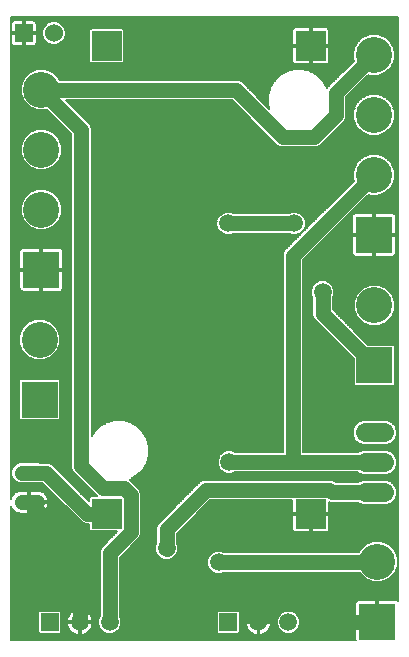
<source format=gbl>
G75*
%MOIN*%
%OFA0B0*%
%FSLAX25Y25*%
%IPPOS*%
%LPD*%
%AMOC8*
5,1,8,0,0,1.08239X$1,22.5*
%
%ADD10R,0.05937X0.05937*%
%ADD11C,0.05937*%
%ADD12R,0.12000X0.12000*%
%ADD13C,0.12000*%
%ADD14C,0.05150*%
%ADD15C,0.06496*%
%ADD16R,0.09843X0.09843*%
%ADD17R,0.06000X0.06000*%
%ADD18C,0.06000*%
%ADD19C,0.05906*%
%ADD20C,0.05000*%
%ADD21C,0.00600*%
D10*
X0052087Y0034922D03*
X0111654Y0034922D03*
D11*
X0121654Y0034922D03*
X0131654Y0034922D03*
X0072087Y0034922D03*
X0062087Y0034922D03*
D12*
X0048702Y0109095D03*
X0049292Y0152402D03*
X0160198Y0164017D03*
X0160316Y0120513D03*
X0161300Y0035080D03*
D13*
X0161300Y0055080D03*
X0160316Y0140513D03*
X0160198Y0184017D03*
X0160198Y0204017D03*
X0160198Y0224017D03*
X0049292Y0212402D03*
X0049292Y0192402D03*
X0049292Y0172402D03*
X0048702Y0129095D03*
D14*
X0047891Y0084725D02*
X0042741Y0084725D01*
X0042741Y0074883D02*
X0047891Y0074883D01*
D15*
X0157186Y0078150D02*
X0163682Y0078150D01*
X0163682Y0088150D02*
X0157186Y0088150D01*
X0157186Y0098150D02*
X0163682Y0098150D01*
D16*
X0139080Y0071056D03*
X0071080Y0071056D03*
X0071080Y0227056D03*
X0139080Y0227056D03*
D17*
X0043465Y0231261D03*
D18*
X0053465Y0231261D03*
D19*
X0104450Y0200513D03*
X0111536Y0167835D03*
X0133583Y0167835D03*
X0141851Y0174922D03*
X0143032Y0145001D03*
X0111930Y0088308D03*
X0091064Y0059568D03*
X0091851Y0043820D03*
X0108387Y0054843D03*
X0082796Y0125316D03*
D20*
X0082796Y0167048D01*
X0104450Y0188702D01*
X0104450Y0200513D01*
X0116261Y0200513D01*
X0141851Y0174922D01*
X0133583Y0167835D02*
X0111536Y0167835D01*
X0133190Y0157009D02*
X0133190Y0088308D01*
X0160276Y0088308D01*
X0160434Y0088150D01*
X0160434Y0078150D02*
X0146212Y0078150D01*
X0145285Y0079077D01*
X0104274Y0079077D01*
X0091064Y0065867D01*
X0091064Y0059568D01*
X0091064Y0059174D01*
X0079101Y0064851D02*
X0072087Y0057837D01*
X0072087Y0034922D01*
X0062087Y0034922D02*
X0062087Y0058111D01*
X0045316Y0074883D01*
X0045316Y0084725D02*
X0050946Y0084725D01*
X0064615Y0071056D01*
X0071080Y0071056D01*
X0069941Y0079650D02*
X0076712Y0079650D01*
X0079101Y0077261D01*
X0079101Y0064851D01*
X0069941Y0079650D02*
X0062674Y0086917D01*
X0062674Y0199020D01*
X0049292Y0212402D01*
X0114189Y0212402D01*
X0129941Y0196650D01*
X0140218Y0196650D01*
X0147485Y0203917D01*
X0147485Y0211304D01*
X0160198Y0224017D01*
X0160198Y0184017D02*
X0133190Y0157009D01*
X0143032Y0145001D02*
X0143032Y0137796D01*
X0160316Y0120513D01*
X0133190Y0088308D02*
X0111930Y0088308D01*
X0108387Y0054843D02*
X0161064Y0054843D01*
X0161300Y0055080D01*
X0161300Y0035080D02*
X0152954Y0035080D01*
X0143426Y0044607D01*
X0131339Y0044607D01*
X0121654Y0034922D01*
X0117723Y0038854D01*
X0117723Y0039175D01*
X0113078Y0043820D01*
X0091851Y0043820D01*
X0091457Y0043820D01*
D21*
X0039065Y0028828D02*
X0039065Y0073633D01*
X0039307Y0073047D01*
X0039731Y0072413D01*
X0040271Y0071873D01*
X0040906Y0071449D01*
X0041611Y0071157D01*
X0042359Y0071008D01*
X0045016Y0071008D01*
X0045016Y0074583D01*
X0045616Y0074583D01*
X0045616Y0075183D01*
X0045016Y0075183D01*
X0045016Y0078757D01*
X0042359Y0078757D01*
X0041611Y0078609D01*
X0040906Y0078316D01*
X0040271Y0077892D01*
X0039731Y0077353D01*
X0039307Y0076718D01*
X0039065Y0076132D01*
X0039065Y0236764D01*
X0168260Y0236764D01*
X0168260Y0041958D01*
X0168098Y0042120D01*
X0167802Y0042291D01*
X0167471Y0042380D01*
X0161600Y0042380D01*
X0161600Y0035380D01*
X0161000Y0035380D01*
X0161000Y0042380D01*
X0155129Y0042380D01*
X0154798Y0042291D01*
X0154502Y0042120D01*
X0154260Y0041878D01*
X0154089Y0041581D01*
X0154000Y0041251D01*
X0154000Y0035380D01*
X0161000Y0035380D01*
X0161000Y0034780D01*
X0154000Y0034780D01*
X0154000Y0028908D01*
X0154021Y0028828D01*
X0039065Y0028828D01*
X0039065Y0029316D02*
X0154000Y0029316D01*
X0154000Y0029915D02*
X0039065Y0029915D01*
X0039065Y0030513D02*
X0154000Y0030513D01*
X0154000Y0031112D02*
X0132565Y0031112D01*
X0132424Y0031054D02*
X0133846Y0031642D01*
X0134934Y0032731D01*
X0135523Y0034153D01*
X0135523Y0035692D01*
X0134934Y0037113D01*
X0133846Y0038202D01*
X0132424Y0038791D01*
X0130885Y0038791D01*
X0129463Y0038202D01*
X0128375Y0037113D01*
X0127786Y0035692D01*
X0127786Y0034153D01*
X0128375Y0032731D01*
X0129463Y0031642D01*
X0130885Y0031054D01*
X0132424Y0031054D01*
X0133914Y0031710D02*
X0154000Y0031710D01*
X0154000Y0032309D02*
X0134512Y0032309D01*
X0135007Y0032908D02*
X0154000Y0032908D01*
X0154000Y0033506D02*
X0135255Y0033506D01*
X0135503Y0034105D02*
X0154000Y0034105D01*
X0154000Y0034703D02*
X0135523Y0034703D01*
X0135523Y0035302D02*
X0161000Y0035302D01*
X0161000Y0035900D02*
X0161600Y0035900D01*
X0161600Y0036499D02*
X0161000Y0036499D01*
X0161000Y0037097D02*
X0161600Y0037097D01*
X0161600Y0037696D02*
X0161000Y0037696D01*
X0161000Y0038294D02*
X0161600Y0038294D01*
X0161600Y0038893D02*
X0161000Y0038893D01*
X0161000Y0039491D02*
X0161600Y0039491D01*
X0161600Y0040090D02*
X0161000Y0040090D01*
X0161000Y0040688D02*
X0161600Y0040688D01*
X0161600Y0041287D02*
X0161000Y0041287D01*
X0161000Y0041885D02*
X0161600Y0041885D01*
X0168260Y0042484D02*
X0075487Y0042484D01*
X0075487Y0043082D02*
X0168260Y0043082D01*
X0168260Y0043681D02*
X0075487Y0043681D01*
X0075487Y0044279D02*
X0168260Y0044279D01*
X0168260Y0044878D02*
X0075487Y0044878D01*
X0075487Y0045476D02*
X0168260Y0045476D01*
X0168260Y0046075D02*
X0075487Y0046075D01*
X0075487Y0046673D02*
X0168260Y0046673D01*
X0168260Y0047272D02*
X0075487Y0047272D01*
X0075487Y0047870D02*
X0168260Y0047870D01*
X0168260Y0048469D02*
X0163371Y0048469D01*
X0162672Y0048180D02*
X0165209Y0049230D01*
X0167150Y0051171D01*
X0168200Y0053707D01*
X0168200Y0056452D01*
X0167150Y0058988D01*
X0165209Y0060929D01*
X0162672Y0061980D01*
X0159927Y0061980D01*
X0157391Y0060929D01*
X0155450Y0058988D01*
X0155142Y0058243D01*
X0110246Y0058243D01*
X0109153Y0058696D01*
X0107620Y0058696D01*
X0106204Y0058110D01*
X0105120Y0057026D01*
X0104534Y0055610D01*
X0104534Y0054077D01*
X0105120Y0052661D01*
X0106204Y0051577D01*
X0107620Y0050991D01*
X0109153Y0050991D01*
X0110246Y0051443D01*
X0155338Y0051443D01*
X0155450Y0051171D01*
X0157391Y0049230D01*
X0159927Y0048180D01*
X0162672Y0048180D01*
X0164816Y0049067D02*
X0168260Y0049067D01*
X0168260Y0049666D02*
X0165644Y0049666D01*
X0166243Y0050264D02*
X0168260Y0050264D01*
X0168260Y0050863D02*
X0166841Y0050863D01*
X0167270Y0051461D02*
X0168260Y0051461D01*
X0168260Y0052060D02*
X0167518Y0052060D01*
X0167766Y0052658D02*
X0168260Y0052658D01*
X0168260Y0053257D02*
X0168014Y0053257D01*
X0168200Y0053855D02*
X0168260Y0053855D01*
X0168260Y0054454D02*
X0168200Y0054454D01*
X0168200Y0055052D02*
X0168260Y0055052D01*
X0168260Y0055651D02*
X0168200Y0055651D01*
X0168200Y0056249D02*
X0168260Y0056249D01*
X0168260Y0056848D02*
X0168036Y0056848D01*
X0168260Y0057446D02*
X0167788Y0057446D01*
X0167540Y0058045D02*
X0168260Y0058045D01*
X0168260Y0058643D02*
X0167292Y0058643D01*
X0166896Y0059242D02*
X0168260Y0059242D01*
X0168260Y0059841D02*
X0166297Y0059841D01*
X0165699Y0060439D02*
X0168260Y0060439D01*
X0168260Y0061038D02*
X0164947Y0061038D01*
X0163502Y0061636D02*
X0168260Y0061636D01*
X0168260Y0062235D02*
X0094464Y0062235D01*
X0094464Y0062833D02*
X0168260Y0062833D01*
X0168260Y0063432D02*
X0094464Y0063432D01*
X0094464Y0064030D02*
X0168260Y0064030D01*
X0168260Y0064629D02*
X0094634Y0064629D01*
X0094464Y0064459D02*
X0105682Y0075677D01*
X0132858Y0075677D01*
X0132858Y0071356D01*
X0138779Y0071356D01*
X0138779Y0070756D01*
X0132858Y0070756D01*
X0132858Y0065963D01*
X0132947Y0065633D01*
X0133118Y0065336D01*
X0133360Y0065094D01*
X0133656Y0064923D01*
X0133987Y0064835D01*
X0138780Y0064835D01*
X0138780Y0070756D01*
X0139380Y0070756D01*
X0139380Y0071356D01*
X0145301Y0071356D01*
X0145301Y0074848D01*
X0145535Y0074750D01*
X0154720Y0074750D01*
X0154836Y0074634D01*
X0156361Y0074002D01*
X0164507Y0074002D01*
X0166032Y0074634D01*
X0167198Y0075801D01*
X0167830Y0077325D01*
X0167830Y0078975D01*
X0167198Y0080500D01*
X0166032Y0081667D01*
X0164507Y0082298D01*
X0156361Y0082298D01*
X0154836Y0081667D01*
X0154720Y0081550D01*
X0147620Y0081550D01*
X0147211Y0081960D01*
X0145961Y0082477D01*
X0103598Y0082477D01*
X0102348Y0081960D01*
X0088181Y0067793D01*
X0087664Y0066543D01*
X0087664Y0061427D01*
X0087211Y0060334D01*
X0087211Y0058801D01*
X0087798Y0057385D01*
X0088881Y0056302D01*
X0090297Y0055715D01*
X0091830Y0055715D01*
X0093246Y0056302D01*
X0094330Y0057385D01*
X0094917Y0058801D01*
X0094917Y0060334D01*
X0094464Y0061427D01*
X0094464Y0064459D01*
X0095232Y0065227D02*
X0133227Y0065227D01*
X0132895Y0065826D02*
X0095831Y0065826D01*
X0096429Y0066424D02*
X0132858Y0066424D01*
X0132858Y0067023D02*
X0097028Y0067023D01*
X0097626Y0067621D02*
X0132858Y0067621D01*
X0132858Y0068220D02*
X0098225Y0068220D01*
X0098823Y0068818D02*
X0132858Y0068818D01*
X0132858Y0069417D02*
X0099422Y0069417D01*
X0100020Y0070015D02*
X0132858Y0070015D01*
X0132858Y0070614D02*
X0100619Y0070614D01*
X0101217Y0071212D02*
X0138779Y0071212D01*
X0138780Y0070614D02*
X0139380Y0070614D01*
X0139380Y0070756D02*
X0139380Y0064835D01*
X0144172Y0064835D01*
X0144503Y0064923D01*
X0144799Y0065094D01*
X0145041Y0065336D01*
X0145212Y0065633D01*
X0145301Y0065963D01*
X0145301Y0070756D01*
X0139380Y0070756D01*
X0139380Y0071212D02*
X0168260Y0071212D01*
X0168260Y0070614D02*
X0145301Y0070614D01*
X0145301Y0070015D02*
X0168260Y0070015D01*
X0168260Y0069417D02*
X0145301Y0069417D01*
X0145301Y0068818D02*
X0168260Y0068818D01*
X0168260Y0068220D02*
X0145301Y0068220D01*
X0145301Y0067621D02*
X0168260Y0067621D01*
X0168260Y0067023D02*
X0145301Y0067023D01*
X0145301Y0066424D02*
X0168260Y0066424D01*
X0168260Y0065826D02*
X0145264Y0065826D01*
X0144932Y0065227D02*
X0168260Y0065227D01*
X0168260Y0071811D02*
X0145301Y0071811D01*
X0145301Y0072409D02*
X0168260Y0072409D01*
X0168260Y0073008D02*
X0145301Y0073008D01*
X0145301Y0073606D02*
X0168260Y0073606D01*
X0168260Y0074205D02*
X0164996Y0074205D01*
X0166201Y0074803D02*
X0168260Y0074803D01*
X0168260Y0075402D02*
X0166800Y0075402D01*
X0167281Y0076000D02*
X0168260Y0076000D01*
X0168260Y0076599D02*
X0167529Y0076599D01*
X0167777Y0077197D02*
X0168260Y0077197D01*
X0168260Y0077796D02*
X0167830Y0077796D01*
X0167830Y0078394D02*
X0168260Y0078394D01*
X0168260Y0078993D02*
X0167823Y0078993D01*
X0167575Y0079591D02*
X0168260Y0079591D01*
X0168260Y0080190D02*
X0167327Y0080190D01*
X0166910Y0080788D02*
X0168260Y0080788D01*
X0168260Y0081387D02*
X0166312Y0081387D01*
X0165263Y0081985D02*
X0168260Y0081985D01*
X0168260Y0082584D02*
X0079085Y0082584D01*
X0079019Y0082546D02*
X0081346Y0083889D01*
X0083246Y0085790D01*
X0084590Y0088117D01*
X0085285Y0090712D01*
X0085285Y0093399D01*
X0084590Y0095995D01*
X0083246Y0098322D01*
X0081346Y0100222D01*
X0079019Y0101566D01*
X0076423Y0102261D01*
X0073736Y0102261D01*
X0071140Y0101566D01*
X0068813Y0100222D01*
X0066913Y0098322D01*
X0066074Y0096869D01*
X0066074Y0199697D01*
X0065556Y0200946D01*
X0064600Y0201903D01*
X0057500Y0209002D01*
X0112781Y0209002D01*
X0128015Y0193768D01*
X0129265Y0193250D01*
X0140894Y0193250D01*
X0142144Y0193768D01*
X0149411Y0201035D01*
X0150367Y0201991D01*
X0150885Y0203241D01*
X0150885Y0209896D01*
X0158317Y0217327D01*
X0158825Y0217117D01*
X0161570Y0217117D01*
X0164106Y0218167D01*
X0166047Y0220108D01*
X0167098Y0222644D01*
X0167098Y0225389D01*
X0166047Y0227925D01*
X0164106Y0229866D01*
X0161570Y0230917D01*
X0158825Y0230917D01*
X0156289Y0229866D01*
X0154348Y0227925D01*
X0153298Y0225389D01*
X0153298Y0222644D01*
X0153508Y0222135D01*
X0144603Y0213230D01*
X0144541Y0213080D01*
X0143246Y0215322D01*
X0141346Y0217222D01*
X0139019Y0218566D01*
X0136423Y0219261D01*
X0133736Y0219261D01*
X0131140Y0218566D01*
X0128813Y0217222D01*
X0126913Y0215322D01*
X0125570Y0212995D01*
X0124874Y0210399D01*
X0124874Y0207712D01*
X0125308Y0206091D01*
X0116115Y0215285D01*
X0114865Y0215802D01*
X0055352Y0215802D01*
X0055142Y0216311D01*
X0053201Y0218252D01*
X0050665Y0219302D01*
X0047920Y0219302D01*
X0045384Y0218252D01*
X0043443Y0216311D01*
X0042392Y0213775D01*
X0042392Y0211030D01*
X0043443Y0208494D01*
X0045384Y0206553D01*
X0047920Y0205502D01*
X0050665Y0205502D01*
X0051173Y0205713D01*
X0059274Y0197612D01*
X0059274Y0086241D01*
X0059792Y0084991D01*
X0060748Y0084035D01*
X0067059Y0077724D01*
X0067906Y0076877D01*
X0065785Y0076877D01*
X0065258Y0076350D01*
X0065258Y0075221D01*
X0052872Y0087608D01*
X0051622Y0088125D01*
X0048762Y0088125D01*
X0048582Y0088200D01*
X0042050Y0088200D01*
X0040773Y0087671D01*
X0039795Y0086694D01*
X0039266Y0085416D01*
X0039266Y0084034D01*
X0039795Y0082757D01*
X0040773Y0081779D01*
X0042050Y0081250D01*
X0048582Y0081250D01*
X0048762Y0081325D01*
X0049537Y0081325D01*
X0062689Y0068174D01*
X0063939Y0067656D01*
X0065258Y0067656D01*
X0065258Y0065762D01*
X0065785Y0065235D01*
X0074677Y0065235D01*
X0069205Y0059763D01*
X0068687Y0058514D01*
X0068687Y0036823D01*
X0068219Y0035692D01*
X0068219Y0034153D01*
X0068808Y0032731D01*
X0069896Y0031642D01*
X0071318Y0031054D01*
X0072857Y0031054D01*
X0074279Y0031642D01*
X0075367Y0032731D01*
X0075956Y0034153D01*
X0075956Y0035692D01*
X0075487Y0036823D01*
X0075487Y0056429D01*
X0081983Y0062925D01*
X0082501Y0064174D01*
X0082501Y0077938D01*
X0081983Y0079187D01*
X0079594Y0081576D01*
X0078708Y0082463D01*
X0079019Y0082546D01*
X0079185Y0081985D02*
X0102411Y0081985D01*
X0101775Y0081387D02*
X0079783Y0081387D01*
X0080382Y0080788D02*
X0101177Y0080788D01*
X0100578Y0080190D02*
X0080980Y0080190D01*
X0081579Y0079591D02*
X0099980Y0079591D01*
X0099381Y0078993D02*
X0082064Y0078993D01*
X0082312Y0078394D02*
X0098783Y0078394D01*
X0098184Y0077796D02*
X0082501Y0077796D01*
X0082501Y0077197D02*
X0097586Y0077197D01*
X0096987Y0076599D02*
X0082501Y0076599D01*
X0082501Y0076000D02*
X0096389Y0076000D01*
X0095790Y0075402D02*
X0082501Y0075402D01*
X0082501Y0074803D02*
X0095192Y0074803D01*
X0094593Y0074205D02*
X0082501Y0074205D01*
X0082501Y0073606D02*
X0093995Y0073606D01*
X0093396Y0073008D02*
X0082501Y0073008D01*
X0082501Y0072409D02*
X0092798Y0072409D01*
X0092199Y0071811D02*
X0082501Y0071811D01*
X0082501Y0071212D02*
X0091601Y0071212D01*
X0091002Y0070614D02*
X0082501Y0070614D01*
X0082501Y0070015D02*
X0090404Y0070015D01*
X0089805Y0069417D02*
X0082501Y0069417D01*
X0082501Y0068818D02*
X0089207Y0068818D01*
X0088608Y0068220D02*
X0082501Y0068220D01*
X0082501Y0067621D02*
X0088110Y0067621D01*
X0087862Y0067023D02*
X0082501Y0067023D01*
X0082501Y0066424D02*
X0087664Y0066424D01*
X0087664Y0065826D02*
X0082501Y0065826D01*
X0082501Y0065227D02*
X0087664Y0065227D01*
X0087664Y0064629D02*
X0082501Y0064629D01*
X0082441Y0064030D02*
X0087664Y0064030D01*
X0087664Y0063432D02*
X0082193Y0063432D01*
X0081892Y0062833D02*
X0087664Y0062833D01*
X0087664Y0062235D02*
X0081293Y0062235D01*
X0080695Y0061636D02*
X0087664Y0061636D01*
X0087502Y0061038D02*
X0080096Y0061038D01*
X0079498Y0060439D02*
X0087255Y0060439D01*
X0087211Y0059841D02*
X0078899Y0059841D01*
X0078301Y0059242D02*
X0087211Y0059242D01*
X0087276Y0058643D02*
X0077702Y0058643D01*
X0077103Y0058045D02*
X0087524Y0058045D01*
X0087772Y0057446D02*
X0076505Y0057446D01*
X0075906Y0056848D02*
X0088335Y0056848D01*
X0089007Y0056249D02*
X0075487Y0056249D01*
X0075487Y0055651D02*
X0104551Y0055651D01*
X0104534Y0055052D02*
X0075487Y0055052D01*
X0075487Y0054454D02*
X0104534Y0054454D01*
X0104626Y0053855D02*
X0075487Y0053855D01*
X0075487Y0053257D02*
X0104874Y0053257D01*
X0105123Y0052658D02*
X0075487Y0052658D01*
X0075487Y0052060D02*
X0105721Y0052060D01*
X0106484Y0051461D02*
X0075487Y0051461D01*
X0075487Y0050863D02*
X0155759Y0050863D01*
X0156357Y0050264D02*
X0075487Y0050264D01*
X0075487Y0049666D02*
X0156956Y0049666D01*
X0157784Y0049067D02*
X0075487Y0049067D01*
X0075487Y0048469D02*
X0159229Y0048469D01*
X0154267Y0041885D02*
X0075487Y0041885D01*
X0075487Y0041287D02*
X0154010Y0041287D01*
X0154000Y0040688D02*
X0075487Y0040688D01*
X0075487Y0040090D02*
X0154000Y0040090D01*
X0154000Y0039491D02*
X0075487Y0039491D01*
X0075487Y0038893D02*
X0120061Y0038893D01*
X0120016Y0038878D02*
X0119417Y0038573D01*
X0118874Y0038178D01*
X0118398Y0037703D01*
X0118004Y0037159D01*
X0117699Y0036561D01*
X0117491Y0035922D01*
X0117386Y0035258D01*
X0117386Y0035222D01*
X0121354Y0035222D01*
X0121354Y0034622D01*
X0117386Y0034622D01*
X0117386Y0034586D01*
X0117491Y0033922D01*
X0117699Y0033284D01*
X0118004Y0032685D01*
X0118398Y0032141D01*
X0118874Y0031666D01*
X0119417Y0031271D01*
X0120016Y0030966D01*
X0120655Y0030759D01*
X0121318Y0030654D01*
X0121354Y0030654D01*
X0121354Y0034622D01*
X0121954Y0034622D01*
X0121954Y0030654D01*
X0121990Y0030654D01*
X0122654Y0030759D01*
X0123293Y0030966D01*
X0123892Y0031271D01*
X0124435Y0031666D01*
X0124910Y0032141D01*
X0125305Y0032685D01*
X0125610Y0033284D01*
X0125818Y0033922D01*
X0125923Y0034586D01*
X0125923Y0034622D01*
X0121954Y0034622D01*
X0121954Y0035222D01*
X0121354Y0035222D01*
X0121354Y0039191D01*
X0121318Y0039191D01*
X0120655Y0039085D01*
X0120016Y0038878D01*
X0119034Y0038294D02*
X0115492Y0038294D01*
X0115523Y0038263D02*
X0114996Y0038791D01*
X0108313Y0038791D01*
X0107786Y0038263D01*
X0107786Y0031581D01*
X0108313Y0031054D01*
X0114996Y0031054D01*
X0115523Y0031581D01*
X0115523Y0038263D01*
X0115523Y0037696D02*
X0118393Y0037696D01*
X0117972Y0037097D02*
X0115523Y0037097D01*
X0115523Y0036499D02*
X0117678Y0036499D01*
X0117488Y0035900D02*
X0115523Y0035900D01*
X0115523Y0035302D02*
X0117393Y0035302D01*
X0117462Y0034105D02*
X0115523Y0034105D01*
X0115523Y0034703D02*
X0121354Y0034703D01*
X0121354Y0034105D02*
X0121954Y0034105D01*
X0121954Y0034703D02*
X0127786Y0034703D01*
X0127786Y0035302D02*
X0125916Y0035302D01*
X0125923Y0035258D02*
X0125818Y0035922D01*
X0125610Y0036561D01*
X0125305Y0037159D01*
X0124910Y0037703D01*
X0124435Y0038178D01*
X0123892Y0038573D01*
X0123293Y0038878D01*
X0122654Y0039085D01*
X0121990Y0039191D01*
X0121954Y0039191D01*
X0121954Y0035222D01*
X0125923Y0035222D01*
X0125923Y0035258D01*
X0125821Y0035900D02*
X0127872Y0035900D01*
X0128120Y0036499D02*
X0125630Y0036499D01*
X0125337Y0037097D02*
X0128368Y0037097D01*
X0128957Y0037696D02*
X0124915Y0037696D01*
X0124275Y0038294D02*
X0129686Y0038294D01*
X0133622Y0038294D02*
X0154000Y0038294D01*
X0154000Y0037696D02*
X0134352Y0037696D01*
X0134941Y0037097D02*
X0154000Y0037097D01*
X0154000Y0036499D02*
X0135189Y0036499D01*
X0135436Y0035900D02*
X0154000Y0035900D01*
X0154000Y0038893D02*
X0123247Y0038893D01*
X0121954Y0038893D02*
X0121354Y0038893D01*
X0121354Y0038294D02*
X0121954Y0038294D01*
X0121954Y0037696D02*
X0121354Y0037696D01*
X0121354Y0037097D02*
X0121954Y0037097D01*
X0121954Y0036499D02*
X0121354Y0036499D01*
X0121354Y0035900D02*
X0121954Y0035900D01*
X0121954Y0035302D02*
X0121354Y0035302D01*
X0121354Y0033506D02*
X0121954Y0033506D01*
X0121954Y0032908D02*
X0121354Y0032908D01*
X0121354Y0032309D02*
X0121954Y0032309D01*
X0121954Y0031710D02*
X0121354Y0031710D01*
X0121354Y0031112D02*
X0121954Y0031112D01*
X0123579Y0031112D02*
X0130744Y0031112D01*
X0129395Y0031710D02*
X0124479Y0031710D01*
X0125032Y0032309D02*
X0128796Y0032309D01*
X0128302Y0032908D02*
X0125419Y0032908D01*
X0125682Y0033506D02*
X0128054Y0033506D01*
X0127806Y0034105D02*
X0125847Y0034105D01*
X0119730Y0031112D02*
X0115054Y0031112D01*
X0115523Y0031710D02*
X0118829Y0031710D01*
X0118277Y0032309D02*
X0115523Y0032309D01*
X0115523Y0032908D02*
X0117890Y0032908D01*
X0117626Y0033506D02*
X0115523Y0033506D01*
X0108255Y0031112D02*
X0072998Y0031112D01*
X0074347Y0031710D02*
X0107786Y0031710D01*
X0107786Y0032309D02*
X0074945Y0032309D01*
X0075440Y0032908D02*
X0107786Y0032908D01*
X0107786Y0033506D02*
X0075688Y0033506D01*
X0075936Y0034105D02*
X0107786Y0034105D01*
X0107786Y0034703D02*
X0075956Y0034703D01*
X0075956Y0035302D02*
X0107786Y0035302D01*
X0107786Y0035900D02*
X0075870Y0035900D01*
X0075622Y0036499D02*
X0107786Y0036499D01*
X0107786Y0037097D02*
X0075487Y0037097D01*
X0075487Y0037696D02*
X0107786Y0037696D01*
X0107817Y0038294D02*
X0075487Y0038294D01*
X0069230Y0032309D02*
X0065465Y0032309D01*
X0065343Y0032141D02*
X0065738Y0032685D01*
X0066043Y0033284D01*
X0066251Y0033922D01*
X0066356Y0034586D01*
X0066356Y0034622D01*
X0062387Y0034622D01*
X0062387Y0030654D01*
X0062423Y0030654D01*
X0063087Y0030759D01*
X0063726Y0030966D01*
X0064325Y0031271D01*
X0064868Y0031666D01*
X0065343Y0032141D01*
X0064912Y0031710D02*
X0069828Y0031710D01*
X0071177Y0031112D02*
X0064012Y0031112D01*
X0062387Y0031112D02*
X0061787Y0031112D01*
X0061787Y0030654D02*
X0061787Y0034622D01*
X0057819Y0034622D01*
X0057819Y0034586D01*
X0057924Y0033922D01*
X0058132Y0033284D01*
X0058437Y0032685D01*
X0058832Y0032141D01*
X0059307Y0031666D01*
X0059850Y0031271D01*
X0060449Y0030966D01*
X0061088Y0030759D01*
X0061751Y0030654D01*
X0061787Y0030654D01*
X0061787Y0031710D02*
X0062387Y0031710D01*
X0062387Y0032309D02*
X0061787Y0032309D01*
X0061787Y0032908D02*
X0062387Y0032908D01*
X0062387Y0033506D02*
X0061787Y0033506D01*
X0061787Y0034105D02*
X0062387Y0034105D01*
X0062387Y0034622D02*
X0061787Y0034622D01*
X0061787Y0035222D01*
X0057819Y0035222D01*
X0057819Y0035258D01*
X0057924Y0035922D01*
X0058132Y0036561D01*
X0058437Y0037159D01*
X0058832Y0037703D01*
X0059307Y0038178D01*
X0059850Y0038573D01*
X0060449Y0038878D01*
X0061088Y0039085D01*
X0061751Y0039191D01*
X0061787Y0039191D01*
X0061787Y0035222D01*
X0062387Y0035222D01*
X0062387Y0039191D01*
X0062423Y0039191D01*
X0063087Y0039085D01*
X0063726Y0038878D01*
X0064325Y0038573D01*
X0064868Y0038178D01*
X0065343Y0037703D01*
X0065738Y0037159D01*
X0066043Y0036561D01*
X0066251Y0035922D01*
X0066356Y0035258D01*
X0066356Y0035222D01*
X0062387Y0035222D01*
X0062387Y0034622D01*
X0062387Y0034703D02*
X0068219Y0034703D01*
X0068219Y0035302D02*
X0066349Y0035302D01*
X0066254Y0035900D02*
X0068305Y0035900D01*
X0068553Y0036499D02*
X0066063Y0036499D01*
X0065770Y0037097D02*
X0068687Y0037097D01*
X0068687Y0037696D02*
X0065348Y0037696D01*
X0064708Y0038294D02*
X0068687Y0038294D01*
X0068687Y0038893D02*
X0063680Y0038893D01*
X0062387Y0038893D02*
X0061787Y0038893D01*
X0061787Y0038294D02*
X0062387Y0038294D01*
X0062387Y0037696D02*
X0061787Y0037696D01*
X0061787Y0037097D02*
X0062387Y0037097D01*
X0062387Y0036499D02*
X0061787Y0036499D01*
X0061787Y0035900D02*
X0062387Y0035900D01*
X0062387Y0035302D02*
X0061787Y0035302D01*
X0061787Y0034703D02*
X0055956Y0034703D01*
X0055956Y0034105D02*
X0057895Y0034105D01*
X0058059Y0033506D02*
X0055956Y0033506D01*
X0055956Y0032908D02*
X0058323Y0032908D01*
X0058710Y0032309D02*
X0055956Y0032309D01*
X0055956Y0031710D02*
X0059262Y0031710D01*
X0060163Y0031112D02*
X0055487Y0031112D01*
X0055429Y0031054D02*
X0055956Y0031581D01*
X0055956Y0038263D01*
X0055429Y0038791D01*
X0048746Y0038791D01*
X0048219Y0038263D01*
X0048219Y0031581D01*
X0048746Y0031054D01*
X0055429Y0031054D01*
X0055956Y0035302D02*
X0057826Y0035302D01*
X0057921Y0035900D02*
X0055956Y0035900D01*
X0055956Y0036499D02*
X0058111Y0036499D01*
X0058405Y0037097D02*
X0055956Y0037097D01*
X0055956Y0037696D02*
X0058826Y0037696D01*
X0059467Y0038294D02*
X0055925Y0038294D01*
X0060494Y0038893D02*
X0039065Y0038893D01*
X0039065Y0039491D02*
X0068687Y0039491D01*
X0068687Y0040090D02*
X0039065Y0040090D01*
X0039065Y0040688D02*
X0068687Y0040688D01*
X0068687Y0041287D02*
X0039065Y0041287D01*
X0039065Y0041885D02*
X0068687Y0041885D01*
X0068687Y0042484D02*
X0039065Y0042484D01*
X0039065Y0043082D02*
X0068687Y0043082D01*
X0068687Y0043681D02*
X0039065Y0043681D01*
X0039065Y0044279D02*
X0068687Y0044279D01*
X0068687Y0044878D02*
X0039065Y0044878D01*
X0039065Y0045476D02*
X0068687Y0045476D01*
X0068687Y0046075D02*
X0039065Y0046075D01*
X0039065Y0046673D02*
X0068687Y0046673D01*
X0068687Y0047272D02*
X0039065Y0047272D01*
X0039065Y0047870D02*
X0068687Y0047870D01*
X0068687Y0048469D02*
X0039065Y0048469D01*
X0039065Y0049067D02*
X0068687Y0049067D01*
X0068687Y0049666D02*
X0039065Y0049666D01*
X0039065Y0050264D02*
X0068687Y0050264D01*
X0068687Y0050863D02*
X0039065Y0050863D01*
X0039065Y0051461D02*
X0068687Y0051461D01*
X0068687Y0052060D02*
X0039065Y0052060D01*
X0039065Y0052658D02*
X0068687Y0052658D01*
X0068687Y0053257D02*
X0039065Y0053257D01*
X0039065Y0053855D02*
X0068687Y0053855D01*
X0068687Y0054454D02*
X0039065Y0054454D01*
X0039065Y0055052D02*
X0068687Y0055052D01*
X0068687Y0055651D02*
X0039065Y0055651D01*
X0039065Y0056249D02*
X0068687Y0056249D01*
X0068687Y0056848D02*
X0039065Y0056848D01*
X0039065Y0057446D02*
X0068687Y0057446D01*
X0068687Y0058045D02*
X0039065Y0058045D01*
X0039065Y0058643D02*
X0068741Y0058643D01*
X0068989Y0059242D02*
X0039065Y0059242D01*
X0039065Y0059841D02*
X0069282Y0059841D01*
X0069881Y0060439D02*
X0039065Y0060439D01*
X0039065Y0061038D02*
X0070479Y0061038D01*
X0071078Y0061636D02*
X0039065Y0061636D01*
X0039065Y0062235D02*
X0071676Y0062235D01*
X0072275Y0062833D02*
X0039065Y0062833D01*
X0039065Y0063432D02*
X0072873Y0063432D01*
X0073472Y0064030D02*
X0039065Y0064030D01*
X0039065Y0064629D02*
X0074070Y0064629D01*
X0074669Y0065227D02*
X0039065Y0065227D01*
X0039065Y0065826D02*
X0065258Y0065826D01*
X0065258Y0066424D02*
X0039065Y0066424D01*
X0039065Y0067023D02*
X0065258Y0067023D01*
X0065258Y0067621D02*
X0039065Y0067621D01*
X0039065Y0068220D02*
X0062643Y0068220D01*
X0062044Y0068818D02*
X0039065Y0068818D01*
X0039065Y0069417D02*
X0061446Y0069417D01*
X0060847Y0070015D02*
X0039065Y0070015D01*
X0039065Y0070614D02*
X0060249Y0070614D01*
X0059650Y0071212D02*
X0049155Y0071212D01*
X0049021Y0071157D02*
X0049726Y0071449D01*
X0050361Y0071873D01*
X0050900Y0072413D01*
X0051324Y0073047D01*
X0051616Y0073752D01*
X0051765Y0074501D01*
X0051765Y0074583D01*
X0045616Y0074583D01*
X0045616Y0071008D01*
X0048272Y0071008D01*
X0049021Y0071157D01*
X0050268Y0071811D02*
X0059052Y0071811D01*
X0058453Y0072409D02*
X0050897Y0072409D01*
X0051298Y0073008D02*
X0057855Y0073008D01*
X0057256Y0073606D02*
X0051556Y0073606D01*
X0051706Y0074205D02*
X0056658Y0074205D01*
X0056059Y0074803D02*
X0045616Y0074803D01*
X0045616Y0075183D02*
X0051765Y0075183D01*
X0051765Y0075264D01*
X0051616Y0076013D01*
X0051324Y0076718D01*
X0050900Y0077353D01*
X0050361Y0077892D01*
X0049726Y0078316D01*
X0049021Y0078609D01*
X0048272Y0078757D01*
X0045616Y0078757D01*
X0045616Y0075183D01*
X0045616Y0075402D02*
X0045016Y0075402D01*
X0045016Y0076000D02*
X0045616Y0076000D01*
X0045616Y0076599D02*
X0045016Y0076599D01*
X0045016Y0077197D02*
X0045616Y0077197D01*
X0045616Y0077796D02*
X0045016Y0077796D01*
X0045016Y0078394D02*
X0045616Y0078394D01*
X0049538Y0078394D02*
X0052468Y0078394D01*
X0053067Y0077796D02*
X0050457Y0077796D01*
X0051004Y0077197D02*
X0053665Y0077197D01*
X0054264Y0076599D02*
X0051374Y0076599D01*
X0051619Y0076000D02*
X0054862Y0076000D01*
X0055461Y0075402D02*
X0051738Y0075402D01*
X0051870Y0078993D02*
X0039065Y0078993D01*
X0039065Y0079591D02*
X0051271Y0079591D01*
X0050673Y0080190D02*
X0039065Y0080190D01*
X0039065Y0080788D02*
X0050074Y0080788D01*
X0054903Y0085577D02*
X0059549Y0085577D01*
X0059301Y0086175D02*
X0054304Y0086175D01*
X0053706Y0086774D02*
X0059274Y0086774D01*
X0059274Y0087372D02*
X0053107Y0087372D01*
X0051995Y0087971D02*
X0059274Y0087971D01*
X0059274Y0088569D02*
X0039065Y0088569D01*
X0039065Y0087971D02*
X0041496Y0087971D01*
X0040474Y0087372D02*
X0039065Y0087372D01*
X0039065Y0086774D02*
X0039875Y0086774D01*
X0039580Y0086175D02*
X0039065Y0086175D01*
X0039065Y0085577D02*
X0039332Y0085577D01*
X0039266Y0084978D02*
X0039065Y0084978D01*
X0039065Y0084379D02*
X0039266Y0084379D01*
X0039371Y0083781D02*
X0039065Y0083781D01*
X0039065Y0083182D02*
X0039619Y0083182D01*
X0039968Y0082584D02*
X0039065Y0082584D01*
X0039065Y0081985D02*
X0040567Y0081985D01*
X0041720Y0081387D02*
X0039065Y0081387D01*
X0039065Y0078394D02*
X0041094Y0078394D01*
X0040174Y0077796D02*
X0039065Y0077796D01*
X0039065Y0077197D02*
X0039627Y0077197D01*
X0039258Y0076599D02*
X0039065Y0076599D01*
X0039065Y0073606D02*
X0039076Y0073606D01*
X0039065Y0073008D02*
X0039334Y0073008D01*
X0039065Y0072409D02*
X0039735Y0072409D01*
X0040364Y0071811D02*
X0039065Y0071811D01*
X0039065Y0071212D02*
X0041477Y0071212D01*
X0045016Y0071212D02*
X0045616Y0071212D01*
X0045616Y0071811D02*
X0045016Y0071811D01*
X0045016Y0072409D02*
X0045616Y0072409D01*
X0045616Y0073008D02*
X0045016Y0073008D01*
X0045016Y0073606D02*
X0045616Y0073606D01*
X0045616Y0074205D02*
X0045016Y0074205D01*
X0055501Y0084978D02*
X0059805Y0084978D01*
X0060404Y0084379D02*
X0056100Y0084379D01*
X0056698Y0083781D02*
X0061002Y0083781D01*
X0061601Y0083182D02*
X0057297Y0083182D01*
X0057895Y0082584D02*
X0062199Y0082584D01*
X0062798Y0081985D02*
X0058494Y0081985D01*
X0059092Y0081387D02*
X0063396Y0081387D01*
X0063995Y0080788D02*
X0059691Y0080788D01*
X0060289Y0080190D02*
X0064593Y0080190D01*
X0065192Y0079591D02*
X0060888Y0079591D01*
X0061486Y0078993D02*
X0065790Y0078993D01*
X0066389Y0078394D02*
X0062085Y0078394D01*
X0062683Y0077796D02*
X0066987Y0077796D01*
X0067059Y0077724D02*
X0067059Y0077724D01*
X0067586Y0077197D02*
X0063282Y0077197D01*
X0063880Y0076599D02*
X0065507Y0076599D01*
X0065258Y0076000D02*
X0064479Y0076000D01*
X0065077Y0075402D02*
X0065258Y0075402D01*
X0059274Y0089168D02*
X0039065Y0089168D01*
X0039065Y0089766D02*
X0059274Y0089766D01*
X0059274Y0090365D02*
X0039065Y0090365D01*
X0039065Y0090963D02*
X0059274Y0090963D01*
X0059274Y0091562D02*
X0039065Y0091562D01*
X0039065Y0092160D02*
X0059274Y0092160D01*
X0059274Y0092759D02*
X0039065Y0092759D01*
X0039065Y0093357D02*
X0059274Y0093357D01*
X0059274Y0093956D02*
X0039065Y0093956D01*
X0039065Y0094554D02*
X0059274Y0094554D01*
X0059274Y0095153D02*
X0039065Y0095153D01*
X0039065Y0095751D02*
X0059274Y0095751D01*
X0059274Y0096350D02*
X0039065Y0096350D01*
X0039065Y0096948D02*
X0059274Y0096948D01*
X0059274Y0097547D02*
X0039065Y0097547D01*
X0039065Y0098145D02*
X0059274Y0098145D01*
X0059274Y0098744D02*
X0039065Y0098744D01*
X0039065Y0099342D02*
X0059274Y0099342D01*
X0059274Y0099941D02*
X0039065Y0099941D01*
X0039065Y0100539D02*
X0059274Y0100539D01*
X0059274Y0101138D02*
X0039065Y0101138D01*
X0039065Y0101736D02*
X0059274Y0101736D01*
X0059274Y0102335D02*
X0055214Y0102335D01*
X0055074Y0102195D02*
X0055602Y0102722D01*
X0055602Y0115468D01*
X0055074Y0115995D01*
X0042329Y0115995D01*
X0041802Y0115468D01*
X0041802Y0102722D01*
X0042329Y0102195D01*
X0055074Y0102195D01*
X0055602Y0102933D02*
X0059274Y0102933D01*
X0059274Y0103532D02*
X0055602Y0103532D01*
X0055602Y0104130D02*
X0059274Y0104130D01*
X0059274Y0104729D02*
X0055602Y0104729D01*
X0055602Y0105327D02*
X0059274Y0105327D01*
X0059274Y0105926D02*
X0055602Y0105926D01*
X0055602Y0106524D02*
X0059274Y0106524D01*
X0059274Y0107123D02*
X0055602Y0107123D01*
X0055602Y0107721D02*
X0059274Y0107721D01*
X0059274Y0108320D02*
X0055602Y0108320D01*
X0055602Y0108918D02*
X0059274Y0108918D01*
X0059274Y0109517D02*
X0055602Y0109517D01*
X0055602Y0110115D02*
X0059274Y0110115D01*
X0059274Y0110714D02*
X0055602Y0110714D01*
X0055602Y0111312D02*
X0059274Y0111312D01*
X0059274Y0111911D02*
X0055602Y0111911D01*
X0055602Y0112510D02*
X0059274Y0112510D01*
X0059274Y0113108D02*
X0055602Y0113108D01*
X0055602Y0113707D02*
X0059274Y0113707D01*
X0059274Y0114305D02*
X0055602Y0114305D01*
X0055602Y0114904D02*
X0059274Y0114904D01*
X0059274Y0115502D02*
X0055568Y0115502D01*
X0059274Y0116101D02*
X0039065Y0116101D01*
X0039065Y0116699D02*
X0059274Y0116699D01*
X0059274Y0117298D02*
X0039065Y0117298D01*
X0039065Y0117896D02*
X0059274Y0117896D01*
X0059274Y0118495D02*
X0039065Y0118495D01*
X0039065Y0119093D02*
X0059274Y0119093D01*
X0059274Y0119692D02*
X0039065Y0119692D01*
X0039065Y0120290D02*
X0059274Y0120290D01*
X0059274Y0120889D02*
X0039065Y0120889D01*
X0039065Y0121487D02*
X0059274Y0121487D01*
X0059274Y0122086D02*
X0039065Y0122086D01*
X0039065Y0122684D02*
X0046149Y0122684D01*
X0047329Y0122195D02*
X0050074Y0122195D01*
X0052610Y0123246D01*
X0054551Y0125187D01*
X0055602Y0127723D01*
X0055602Y0130468D01*
X0054551Y0133004D01*
X0052610Y0134945D01*
X0050074Y0135995D01*
X0047329Y0135995D01*
X0044793Y0134945D01*
X0042852Y0133004D01*
X0041802Y0130468D01*
X0041802Y0127723D01*
X0042852Y0125187D01*
X0044793Y0123246D01*
X0047329Y0122195D01*
X0044756Y0123283D02*
X0039065Y0123283D01*
X0039065Y0123881D02*
X0044158Y0123881D01*
X0043559Y0124480D02*
X0039065Y0124480D01*
X0039065Y0125078D02*
X0042961Y0125078D01*
X0042649Y0125677D02*
X0039065Y0125677D01*
X0039065Y0126275D02*
X0042401Y0126275D01*
X0042153Y0126874D02*
X0039065Y0126874D01*
X0039065Y0127472D02*
X0041905Y0127472D01*
X0041802Y0128071D02*
X0039065Y0128071D01*
X0039065Y0128669D02*
X0041802Y0128669D01*
X0041802Y0129268D02*
X0039065Y0129268D01*
X0039065Y0129866D02*
X0041802Y0129866D01*
X0041802Y0130465D02*
X0039065Y0130465D01*
X0039065Y0131063D02*
X0042048Y0131063D01*
X0042296Y0131662D02*
X0039065Y0131662D01*
X0039065Y0132260D02*
X0042544Y0132260D01*
X0042792Y0132859D02*
X0039065Y0132859D01*
X0039065Y0133457D02*
X0043306Y0133457D01*
X0043904Y0134056D02*
X0039065Y0134056D01*
X0039065Y0134654D02*
X0044503Y0134654D01*
X0045537Y0135253D02*
X0039065Y0135253D01*
X0039065Y0135851D02*
X0046982Y0135851D01*
X0050421Y0135851D02*
X0059274Y0135851D01*
X0059274Y0135253D02*
X0051866Y0135253D01*
X0052900Y0134654D02*
X0059274Y0134654D01*
X0059274Y0134056D02*
X0053499Y0134056D01*
X0054098Y0133457D02*
X0059274Y0133457D01*
X0059274Y0132859D02*
X0054611Y0132859D01*
X0054859Y0132260D02*
X0059274Y0132260D01*
X0059274Y0131662D02*
X0055107Y0131662D01*
X0055355Y0131063D02*
X0059274Y0131063D01*
X0059274Y0130465D02*
X0055602Y0130465D01*
X0055602Y0129866D02*
X0059274Y0129866D01*
X0059274Y0129268D02*
X0055602Y0129268D01*
X0055602Y0128669D02*
X0059274Y0128669D01*
X0059274Y0128071D02*
X0055602Y0128071D01*
X0055498Y0127472D02*
X0059274Y0127472D01*
X0059274Y0126874D02*
X0055250Y0126874D01*
X0055002Y0126275D02*
X0059274Y0126275D01*
X0059274Y0125677D02*
X0054754Y0125677D01*
X0054443Y0125078D02*
X0059274Y0125078D01*
X0059274Y0124480D02*
X0053844Y0124480D01*
X0053246Y0123881D02*
X0059274Y0123881D01*
X0059274Y0123283D02*
X0052647Y0123283D01*
X0051254Y0122684D02*
X0059274Y0122684D01*
X0066074Y0122684D02*
X0129790Y0122684D01*
X0129790Y0122086D02*
X0066074Y0122086D01*
X0066074Y0121487D02*
X0129790Y0121487D01*
X0129790Y0120889D02*
X0066074Y0120889D01*
X0066074Y0120290D02*
X0129790Y0120290D01*
X0129790Y0119692D02*
X0066074Y0119692D01*
X0066074Y0119093D02*
X0129790Y0119093D01*
X0129790Y0118495D02*
X0066074Y0118495D01*
X0066074Y0117896D02*
X0129790Y0117896D01*
X0129790Y0117298D02*
X0066074Y0117298D01*
X0066074Y0116699D02*
X0129790Y0116699D01*
X0129790Y0116101D02*
X0066074Y0116101D01*
X0066074Y0115502D02*
X0129790Y0115502D01*
X0129790Y0114904D02*
X0066074Y0114904D01*
X0066074Y0114305D02*
X0129790Y0114305D01*
X0129790Y0113707D02*
X0066074Y0113707D01*
X0066074Y0113108D02*
X0129790Y0113108D01*
X0129790Y0112510D02*
X0066074Y0112510D01*
X0066074Y0111911D02*
X0129790Y0111911D01*
X0129790Y0111312D02*
X0066074Y0111312D01*
X0066074Y0110714D02*
X0129790Y0110714D01*
X0129790Y0110115D02*
X0066074Y0110115D01*
X0066074Y0109517D02*
X0129790Y0109517D01*
X0129790Y0108918D02*
X0066074Y0108918D01*
X0066074Y0108320D02*
X0129790Y0108320D01*
X0129790Y0107721D02*
X0066074Y0107721D01*
X0066074Y0107123D02*
X0129790Y0107123D01*
X0129790Y0106524D02*
X0066074Y0106524D01*
X0066074Y0105926D02*
X0129790Y0105926D01*
X0129790Y0105327D02*
X0066074Y0105327D01*
X0066074Y0104729D02*
X0129790Y0104729D01*
X0129790Y0104130D02*
X0066074Y0104130D01*
X0066074Y0103532D02*
X0129790Y0103532D01*
X0129790Y0102933D02*
X0066074Y0102933D01*
X0066074Y0102335D02*
X0129790Y0102335D01*
X0129790Y0101736D02*
X0078383Y0101736D01*
X0079760Y0101138D02*
X0129790Y0101138D01*
X0129790Y0100539D02*
X0080797Y0100539D01*
X0081627Y0099941D02*
X0129790Y0099941D01*
X0129790Y0099342D02*
X0082226Y0099342D01*
X0082824Y0098744D02*
X0129790Y0098744D01*
X0129790Y0098145D02*
X0083348Y0098145D01*
X0083694Y0097547D02*
X0129790Y0097547D01*
X0129790Y0096948D02*
X0084039Y0096948D01*
X0084385Y0096350D02*
X0129790Y0096350D01*
X0129790Y0095751D02*
X0084655Y0095751D01*
X0084815Y0095153D02*
X0129790Y0095153D01*
X0129790Y0094554D02*
X0084976Y0094554D01*
X0085136Y0093956D02*
X0129790Y0093956D01*
X0129790Y0093357D02*
X0085285Y0093357D01*
X0085285Y0092759D02*
X0129790Y0092759D01*
X0129790Y0092160D02*
X0112697Y0092160D01*
X0112696Y0092161D02*
X0111164Y0092161D01*
X0109748Y0091574D01*
X0108664Y0090490D01*
X0108077Y0089074D01*
X0108077Y0087541D01*
X0108664Y0086125D01*
X0109748Y0085042D01*
X0111164Y0084455D01*
X0112696Y0084455D01*
X0113789Y0084908D01*
X0154562Y0084908D01*
X0154836Y0084634D01*
X0156361Y0084002D01*
X0164507Y0084002D01*
X0166032Y0084634D01*
X0167198Y0085801D01*
X0167830Y0087325D01*
X0167830Y0088975D01*
X0167198Y0090500D01*
X0166032Y0091667D01*
X0164507Y0092298D01*
X0156361Y0092298D01*
X0154935Y0091708D01*
X0136590Y0091708D01*
X0136590Y0155600D01*
X0158317Y0177327D01*
X0158825Y0177117D01*
X0161570Y0177117D01*
X0164106Y0178167D01*
X0166047Y0180108D01*
X0167098Y0182644D01*
X0167098Y0185389D01*
X0166047Y0187925D01*
X0164106Y0189866D01*
X0161570Y0190917D01*
X0158825Y0190917D01*
X0156289Y0189866D01*
X0154348Y0187925D01*
X0153298Y0185389D01*
X0153298Y0182644D01*
X0153508Y0182135D01*
X0131264Y0159891D01*
X0130307Y0158935D01*
X0129790Y0157685D01*
X0129790Y0091708D01*
X0113789Y0091708D01*
X0112696Y0092161D01*
X0111162Y0092160D02*
X0085285Y0092160D01*
X0085285Y0091562D02*
X0109735Y0091562D01*
X0109137Y0090963D02*
X0085285Y0090963D01*
X0085192Y0090365D02*
X0108612Y0090365D01*
X0108364Y0089766D02*
X0085031Y0089766D01*
X0084871Y0089168D02*
X0108116Y0089168D01*
X0108077Y0088569D02*
X0084711Y0088569D01*
X0084505Y0087971D02*
X0108077Y0087971D01*
X0108147Y0087372D02*
X0084160Y0087372D01*
X0083814Y0086774D02*
X0108395Y0086774D01*
X0108643Y0086175D02*
X0083468Y0086175D01*
X0083033Y0085577D02*
X0109213Y0085577D01*
X0109901Y0084978D02*
X0082434Y0084978D01*
X0081836Y0084379D02*
X0155450Y0084379D01*
X0155605Y0081985D02*
X0147148Y0081985D01*
X0145408Y0074803D02*
X0145301Y0074803D01*
X0145301Y0074205D02*
X0155872Y0074205D01*
X0165417Y0084379D02*
X0168260Y0084379D01*
X0168260Y0083781D02*
X0081158Y0083781D01*
X0080121Y0083182D02*
X0168260Y0083182D01*
X0168260Y0084978D02*
X0166376Y0084978D01*
X0166974Y0085577D02*
X0168260Y0085577D01*
X0168260Y0086175D02*
X0167353Y0086175D01*
X0167601Y0086774D02*
X0168260Y0086774D01*
X0168260Y0087372D02*
X0167830Y0087372D01*
X0167830Y0087971D02*
X0168260Y0087971D01*
X0168260Y0088569D02*
X0167830Y0088569D01*
X0167750Y0089168D02*
X0168260Y0089168D01*
X0168260Y0089766D02*
X0167502Y0089766D01*
X0167255Y0090365D02*
X0168260Y0090365D01*
X0168260Y0090963D02*
X0166735Y0090963D01*
X0166137Y0091562D02*
X0168260Y0091562D01*
X0168260Y0092160D02*
X0164841Y0092160D01*
X0164507Y0094002D02*
X0166032Y0094634D01*
X0167198Y0095801D01*
X0167830Y0097325D01*
X0167830Y0098975D01*
X0167198Y0100500D01*
X0166032Y0101667D01*
X0164507Y0102298D01*
X0156361Y0102298D01*
X0154836Y0101667D01*
X0153669Y0100500D01*
X0153038Y0098975D01*
X0153038Y0097325D01*
X0153669Y0095801D01*
X0154836Y0094634D01*
X0156361Y0094002D01*
X0164507Y0094002D01*
X0165839Y0094554D02*
X0168260Y0094554D01*
X0168260Y0093956D02*
X0136590Y0093956D01*
X0136590Y0094554D02*
X0155029Y0094554D01*
X0154317Y0095153D02*
X0136590Y0095153D01*
X0136590Y0095751D02*
X0153719Y0095751D01*
X0153442Y0096350D02*
X0136590Y0096350D01*
X0136590Y0096948D02*
X0153194Y0096948D01*
X0153038Y0097547D02*
X0136590Y0097547D01*
X0136590Y0098145D02*
X0153038Y0098145D01*
X0153038Y0098744D02*
X0136590Y0098744D01*
X0136590Y0099342D02*
X0153190Y0099342D01*
X0153438Y0099941D02*
X0136590Y0099941D01*
X0136590Y0100539D02*
X0153709Y0100539D01*
X0154307Y0101138D02*
X0136590Y0101138D01*
X0136590Y0101736D02*
X0155004Y0101736D01*
X0156027Y0092160D02*
X0136590Y0092160D01*
X0136590Y0092759D02*
X0168260Y0092759D01*
X0168260Y0093357D02*
X0136590Y0093357D01*
X0136590Y0102335D02*
X0168260Y0102335D01*
X0168260Y0102933D02*
X0136590Y0102933D01*
X0136590Y0103532D02*
X0168260Y0103532D01*
X0168260Y0104130D02*
X0136590Y0104130D01*
X0136590Y0104729D02*
X0168260Y0104729D01*
X0168260Y0105327D02*
X0136590Y0105327D01*
X0136590Y0105926D02*
X0168260Y0105926D01*
X0168260Y0106524D02*
X0136590Y0106524D01*
X0136590Y0107123D02*
X0168260Y0107123D01*
X0168260Y0107721D02*
X0136590Y0107721D01*
X0136590Y0108320D02*
X0168260Y0108320D01*
X0168260Y0108918D02*
X0136590Y0108918D01*
X0136590Y0109517D02*
X0168260Y0109517D01*
X0168260Y0110115D02*
X0136590Y0110115D01*
X0136590Y0110714D02*
X0168260Y0110714D01*
X0168260Y0111312D02*
X0136590Y0111312D01*
X0136590Y0111911D02*
X0168260Y0111911D01*
X0168260Y0112510D02*
X0136590Y0112510D01*
X0136590Y0113108D02*
X0168260Y0113108D01*
X0168260Y0113707D02*
X0166782Y0113707D01*
X0166689Y0113613D02*
X0167216Y0114140D01*
X0167216Y0126885D01*
X0166689Y0127413D01*
X0158224Y0127413D01*
X0146432Y0139204D01*
X0146432Y0143141D01*
X0146885Y0144234D01*
X0146885Y0145767D01*
X0146298Y0147183D01*
X0145215Y0148267D01*
X0143799Y0148854D01*
X0142266Y0148854D01*
X0140850Y0148267D01*
X0139766Y0147183D01*
X0139180Y0145767D01*
X0139180Y0144234D01*
X0139632Y0143141D01*
X0139632Y0137120D01*
X0140150Y0135870D01*
X0141106Y0134914D01*
X0141106Y0134914D01*
X0153416Y0122604D01*
X0153416Y0114140D01*
X0153943Y0113613D01*
X0166689Y0113613D01*
X0167216Y0114305D02*
X0168260Y0114305D01*
X0168260Y0114904D02*
X0167216Y0114904D01*
X0167216Y0115502D02*
X0168260Y0115502D01*
X0168260Y0116101D02*
X0167216Y0116101D01*
X0167216Y0116699D02*
X0168260Y0116699D01*
X0168260Y0117298D02*
X0167216Y0117298D01*
X0167216Y0117896D02*
X0168260Y0117896D01*
X0168260Y0118495D02*
X0167216Y0118495D01*
X0167216Y0119093D02*
X0168260Y0119093D01*
X0168260Y0119692D02*
X0167216Y0119692D01*
X0167216Y0120290D02*
X0168260Y0120290D01*
X0168260Y0120889D02*
X0167216Y0120889D01*
X0167216Y0121487D02*
X0168260Y0121487D01*
X0168260Y0122086D02*
X0167216Y0122086D01*
X0167216Y0122684D02*
X0168260Y0122684D01*
X0168260Y0123283D02*
X0167216Y0123283D01*
X0167216Y0123881D02*
X0168260Y0123881D01*
X0168260Y0124480D02*
X0167216Y0124480D01*
X0167216Y0125078D02*
X0168260Y0125078D01*
X0168260Y0125677D02*
X0167216Y0125677D01*
X0167216Y0126275D02*
X0168260Y0126275D01*
X0168260Y0126874D02*
X0167216Y0126874D01*
X0168260Y0127472D02*
X0158164Y0127472D01*
X0157566Y0128071D02*
X0168260Y0128071D01*
X0168260Y0128669D02*
X0156967Y0128669D01*
X0156369Y0129268D02*
X0168260Y0129268D01*
X0168260Y0129866D02*
X0155770Y0129866D01*
X0155172Y0130465D02*
X0168260Y0130465D01*
X0168260Y0131063D02*
X0154573Y0131063D01*
X0153975Y0131662D02*
X0168260Y0131662D01*
X0168260Y0132260D02*
X0153376Y0132260D01*
X0152778Y0132859D02*
X0168260Y0132859D01*
X0168260Y0133457D02*
X0152179Y0133457D01*
X0151581Y0134056D02*
X0157873Y0134056D01*
X0158943Y0133613D02*
X0161688Y0133613D01*
X0164224Y0134663D01*
X0166165Y0136604D01*
X0167216Y0139140D01*
X0167216Y0141885D01*
X0166165Y0144421D01*
X0164224Y0146362D01*
X0161688Y0147413D01*
X0158943Y0147413D01*
X0156407Y0146362D01*
X0154466Y0144421D01*
X0153416Y0141885D01*
X0153416Y0139140D01*
X0154466Y0136604D01*
X0156407Y0134663D01*
X0158943Y0133613D01*
X0156428Y0134654D02*
X0150982Y0134654D01*
X0150384Y0135253D02*
X0155817Y0135253D01*
X0155219Y0135851D02*
X0149785Y0135851D01*
X0149187Y0136450D02*
X0154620Y0136450D01*
X0154282Y0137048D02*
X0148588Y0137048D01*
X0147990Y0137647D02*
X0154034Y0137647D01*
X0153786Y0138245D02*
X0147391Y0138245D01*
X0146793Y0138844D02*
X0153538Y0138844D01*
X0153416Y0139443D02*
X0146432Y0139443D01*
X0146432Y0140041D02*
X0153416Y0140041D01*
X0153416Y0140640D02*
X0146432Y0140640D01*
X0146432Y0141238D02*
X0153416Y0141238D01*
X0153416Y0141837D02*
X0146432Y0141837D01*
X0146432Y0142435D02*
X0153644Y0142435D01*
X0153891Y0143034D02*
X0146432Y0143034D01*
X0146636Y0143632D02*
X0154139Y0143632D01*
X0154387Y0144231D02*
X0146883Y0144231D01*
X0146885Y0144829D02*
X0154874Y0144829D01*
X0155473Y0145428D02*
X0146885Y0145428D01*
X0146778Y0146026D02*
X0156071Y0146026D01*
X0157041Y0146625D02*
X0146530Y0146625D01*
X0146259Y0147223D02*
X0158486Y0147223D01*
X0162146Y0147223D02*
X0168260Y0147223D01*
X0168260Y0146625D02*
X0163590Y0146625D01*
X0164560Y0146026D02*
X0168260Y0146026D01*
X0168260Y0145428D02*
X0165159Y0145428D01*
X0165757Y0144829D02*
X0168260Y0144829D01*
X0168260Y0144231D02*
X0166244Y0144231D01*
X0166492Y0143632D02*
X0168260Y0143632D01*
X0168260Y0143034D02*
X0166740Y0143034D01*
X0166988Y0142435D02*
X0168260Y0142435D01*
X0168260Y0141837D02*
X0167216Y0141837D01*
X0167216Y0141238D02*
X0168260Y0141238D01*
X0168260Y0140640D02*
X0167216Y0140640D01*
X0167216Y0140041D02*
X0168260Y0140041D01*
X0168260Y0139443D02*
X0167216Y0139443D01*
X0167093Y0138844D02*
X0168260Y0138844D01*
X0168260Y0138245D02*
X0166845Y0138245D01*
X0166597Y0137647D02*
X0168260Y0137647D01*
X0168260Y0137048D02*
X0166349Y0137048D01*
X0166011Y0136450D02*
X0168260Y0136450D01*
X0168260Y0135851D02*
X0165413Y0135851D01*
X0164814Y0135253D02*
X0168260Y0135253D01*
X0168260Y0134654D02*
X0164203Y0134654D01*
X0162759Y0134056D02*
X0168260Y0134056D01*
X0168260Y0147822D02*
X0145660Y0147822D01*
X0144845Y0148420D02*
X0168260Y0148420D01*
X0168260Y0149019D02*
X0136590Y0149019D01*
X0136590Y0149617D02*
X0168260Y0149617D01*
X0168260Y0150216D02*
X0136590Y0150216D01*
X0136590Y0150814D02*
X0168260Y0150814D01*
X0168260Y0151413D02*
X0136590Y0151413D01*
X0136590Y0152011D02*
X0168260Y0152011D01*
X0168260Y0152610D02*
X0136590Y0152610D01*
X0136590Y0153208D02*
X0168260Y0153208D01*
X0168260Y0153807D02*
X0136590Y0153807D01*
X0136590Y0154405D02*
X0168260Y0154405D01*
X0168260Y0155004D02*
X0136590Y0155004D01*
X0136592Y0155602D02*
X0168260Y0155602D01*
X0168260Y0156201D02*
X0137190Y0156201D01*
X0137789Y0156799D02*
X0153717Y0156799D01*
X0153696Y0156805D02*
X0154026Y0156717D01*
X0159898Y0156717D01*
X0159898Y0163716D01*
X0160498Y0163716D01*
X0160498Y0156717D01*
X0166369Y0156717D01*
X0166699Y0156805D01*
X0166996Y0156976D01*
X0167238Y0157218D01*
X0167409Y0157515D01*
X0167498Y0157845D01*
X0167498Y0163717D01*
X0160498Y0163717D01*
X0160498Y0164317D01*
X0159898Y0164317D01*
X0159898Y0171317D01*
X0154026Y0171317D01*
X0153696Y0171228D01*
X0153399Y0171057D01*
X0153157Y0170815D01*
X0152986Y0170518D01*
X0152898Y0170188D01*
X0152898Y0164317D01*
X0159898Y0164317D01*
X0159898Y0163717D01*
X0152898Y0163717D01*
X0152898Y0157845D01*
X0152986Y0157515D01*
X0153157Y0157218D01*
X0153399Y0156976D01*
X0153696Y0156805D01*
X0153054Y0157398D02*
X0138387Y0157398D01*
X0138986Y0157996D02*
X0152898Y0157996D01*
X0152898Y0158595D02*
X0139584Y0158595D01*
X0140183Y0159193D02*
X0152898Y0159193D01*
X0152898Y0159792D02*
X0140781Y0159792D01*
X0141380Y0160390D02*
X0152898Y0160390D01*
X0152898Y0160989D02*
X0141978Y0160989D01*
X0142577Y0161587D02*
X0152898Y0161587D01*
X0152898Y0162186D02*
X0143175Y0162186D01*
X0143774Y0162784D02*
X0152898Y0162784D01*
X0152898Y0163383D02*
X0144372Y0163383D01*
X0144971Y0163981D02*
X0159898Y0163981D01*
X0159898Y0163383D02*
X0160498Y0163383D01*
X0160498Y0163981D02*
X0168260Y0163981D01*
X0168260Y0163383D02*
X0167498Y0163383D01*
X0167498Y0162784D02*
X0168260Y0162784D01*
X0168260Y0162186D02*
X0167498Y0162186D01*
X0167498Y0161587D02*
X0168260Y0161587D01*
X0168260Y0160989D02*
X0167498Y0160989D01*
X0167498Y0160390D02*
X0168260Y0160390D01*
X0168260Y0159792D02*
X0167498Y0159792D01*
X0167498Y0159193D02*
X0168260Y0159193D01*
X0168260Y0158595D02*
X0167498Y0158595D01*
X0167498Y0157996D02*
X0168260Y0157996D01*
X0168260Y0157398D02*
X0167342Y0157398D01*
X0166678Y0156799D02*
X0168260Y0156799D01*
X0167498Y0164317D02*
X0160498Y0164317D01*
X0160498Y0171317D01*
X0166369Y0171317D01*
X0166699Y0171228D01*
X0166996Y0171057D01*
X0167238Y0170815D01*
X0167409Y0170518D01*
X0167498Y0170188D01*
X0167498Y0164317D01*
X0167498Y0164580D02*
X0168260Y0164580D01*
X0168260Y0165179D02*
X0167498Y0165179D01*
X0167498Y0165777D02*
X0168260Y0165777D01*
X0168260Y0166376D02*
X0167498Y0166376D01*
X0167498Y0166974D02*
X0168260Y0166974D01*
X0168260Y0167573D02*
X0167498Y0167573D01*
X0167498Y0168171D02*
X0168260Y0168171D01*
X0168260Y0168770D02*
X0167498Y0168770D01*
X0167498Y0169368D02*
X0168260Y0169368D01*
X0168260Y0169967D02*
X0167498Y0169967D01*
X0167382Y0170565D02*
X0168260Y0170565D01*
X0168260Y0171164D02*
X0166811Y0171164D01*
X0168260Y0171762D02*
X0152752Y0171762D01*
X0153350Y0172361D02*
X0168260Y0172361D01*
X0168260Y0172959D02*
X0153949Y0172959D01*
X0154547Y0173558D02*
X0168260Y0173558D01*
X0168260Y0174156D02*
X0155146Y0174156D01*
X0155744Y0174755D02*
X0168260Y0174755D01*
X0168260Y0175353D02*
X0156343Y0175353D01*
X0156941Y0175952D02*
X0168260Y0175952D01*
X0168260Y0176550D02*
X0157540Y0176550D01*
X0158138Y0177149D02*
X0158747Y0177149D01*
X0161648Y0177149D02*
X0168260Y0177149D01*
X0168260Y0177747D02*
X0163093Y0177747D01*
X0164285Y0178346D02*
X0168260Y0178346D01*
X0168260Y0178944D02*
X0164883Y0178944D01*
X0165482Y0179543D02*
X0168260Y0179543D01*
X0168260Y0180141D02*
X0166061Y0180141D01*
X0166309Y0180740D02*
X0168260Y0180740D01*
X0168260Y0181338D02*
X0166557Y0181338D01*
X0166805Y0181937D02*
X0168260Y0181937D01*
X0168260Y0182535D02*
X0167053Y0182535D01*
X0167098Y0183134D02*
X0168260Y0183134D01*
X0168260Y0183732D02*
X0167098Y0183732D01*
X0167098Y0184331D02*
X0168260Y0184331D01*
X0168260Y0184929D02*
X0167098Y0184929D01*
X0167040Y0185528D02*
X0168260Y0185528D01*
X0168260Y0186126D02*
X0166792Y0186126D01*
X0166544Y0186725D02*
X0168260Y0186725D01*
X0168260Y0187323D02*
X0166296Y0187323D01*
X0166048Y0187922D02*
X0168260Y0187922D01*
X0168260Y0188520D02*
X0165452Y0188520D01*
X0164853Y0189119D02*
X0168260Y0189119D01*
X0168260Y0189717D02*
X0164255Y0189717D01*
X0163020Y0190316D02*
X0168260Y0190316D01*
X0168260Y0190914D02*
X0161575Y0190914D01*
X0158820Y0190914D02*
X0066074Y0190914D01*
X0066074Y0190316D02*
X0157375Y0190316D01*
X0156141Y0189717D02*
X0066074Y0189717D01*
X0066074Y0189119D02*
X0155542Y0189119D01*
X0154943Y0188520D02*
X0066074Y0188520D01*
X0066074Y0187922D02*
X0154347Y0187922D01*
X0154099Y0187323D02*
X0066074Y0187323D01*
X0066074Y0186725D02*
X0153851Y0186725D01*
X0153603Y0186126D02*
X0066074Y0186126D01*
X0066074Y0185528D02*
X0153355Y0185528D01*
X0153298Y0184929D02*
X0066074Y0184929D01*
X0066074Y0184331D02*
X0153298Y0184331D01*
X0153298Y0183732D02*
X0066074Y0183732D01*
X0066074Y0183134D02*
X0153298Y0183134D01*
X0153343Y0182535D02*
X0066074Y0182535D01*
X0066074Y0181937D02*
X0153310Y0181937D01*
X0152711Y0181338D02*
X0066074Y0181338D01*
X0066074Y0180740D02*
X0152113Y0180740D01*
X0151514Y0180141D02*
X0066074Y0180141D01*
X0066074Y0179543D02*
X0150916Y0179543D01*
X0150317Y0178944D02*
X0066074Y0178944D01*
X0066074Y0178346D02*
X0149719Y0178346D01*
X0149120Y0177747D02*
X0066074Y0177747D01*
X0066074Y0177149D02*
X0148522Y0177149D01*
X0147923Y0176550D02*
X0066074Y0176550D01*
X0066074Y0175952D02*
X0147325Y0175952D01*
X0146726Y0175353D02*
X0066074Y0175353D01*
X0066074Y0174755D02*
X0146127Y0174755D01*
X0145529Y0174156D02*
X0066074Y0174156D01*
X0066074Y0173558D02*
X0144930Y0173558D01*
X0144332Y0172959D02*
X0066074Y0172959D01*
X0066074Y0172361D02*
X0143733Y0172361D01*
X0143135Y0171762D02*
X0066074Y0171762D01*
X0066074Y0171164D02*
X0109503Y0171164D01*
X0109354Y0171102D02*
X0108270Y0170018D01*
X0107683Y0168602D01*
X0107683Y0167069D01*
X0108270Y0165653D01*
X0109354Y0164569D01*
X0110770Y0163983D01*
X0112303Y0163983D01*
X0113396Y0164435D01*
X0131724Y0164435D01*
X0132817Y0163983D01*
X0134350Y0163983D01*
X0135766Y0164569D01*
X0136850Y0165653D01*
X0137436Y0167069D01*
X0137436Y0168602D01*
X0136850Y0170018D01*
X0135766Y0171102D01*
X0134350Y0171688D01*
X0132817Y0171688D01*
X0131724Y0171235D01*
X0113396Y0171235D01*
X0112303Y0171688D01*
X0110770Y0171688D01*
X0109354Y0171102D01*
X0108817Y0170565D02*
X0066074Y0170565D01*
X0066074Y0169967D02*
X0108249Y0169967D01*
X0108001Y0169368D02*
X0066074Y0169368D01*
X0066074Y0168770D02*
X0107753Y0168770D01*
X0107683Y0168171D02*
X0066074Y0168171D01*
X0066074Y0167573D02*
X0107683Y0167573D01*
X0107723Y0166974D02*
X0066074Y0166974D01*
X0066074Y0166376D02*
X0107971Y0166376D01*
X0108219Y0165777D02*
X0066074Y0165777D01*
X0066074Y0165179D02*
X0108745Y0165179D01*
X0109343Y0164580D02*
X0066074Y0164580D01*
X0066074Y0163981D02*
X0135354Y0163981D01*
X0135777Y0164580D02*
X0135953Y0164580D01*
X0136375Y0165179D02*
X0136551Y0165179D01*
X0136901Y0165777D02*
X0137150Y0165777D01*
X0137149Y0166376D02*
X0137748Y0166376D01*
X0137397Y0166974D02*
X0138347Y0166974D01*
X0138945Y0167573D02*
X0137436Y0167573D01*
X0137436Y0168171D02*
X0139544Y0168171D01*
X0140142Y0168770D02*
X0137367Y0168770D01*
X0137119Y0169368D02*
X0140741Y0169368D01*
X0141339Y0169967D02*
X0136871Y0169967D01*
X0136302Y0170565D02*
X0141938Y0170565D01*
X0142536Y0171164D02*
X0135616Y0171164D01*
X0134756Y0163383D02*
X0066074Y0163383D01*
X0066074Y0162784D02*
X0134157Y0162784D01*
X0133559Y0162186D02*
X0066074Y0162186D01*
X0066074Y0161587D02*
X0132960Y0161587D01*
X0132362Y0160989D02*
X0066074Y0160989D01*
X0066074Y0160390D02*
X0131763Y0160390D01*
X0131165Y0159792D02*
X0066074Y0159792D01*
X0066074Y0159193D02*
X0130566Y0159193D01*
X0130167Y0158595D02*
X0066074Y0158595D01*
X0066074Y0157996D02*
X0129919Y0157996D01*
X0129790Y0157398D02*
X0066074Y0157398D01*
X0066074Y0156799D02*
X0129790Y0156799D01*
X0129790Y0156201D02*
X0066074Y0156201D01*
X0066074Y0155602D02*
X0129790Y0155602D01*
X0129790Y0155004D02*
X0066074Y0155004D01*
X0066074Y0154405D02*
X0129790Y0154405D01*
X0129790Y0153807D02*
X0066074Y0153807D01*
X0066074Y0153208D02*
X0129790Y0153208D01*
X0129790Y0152610D02*
X0066074Y0152610D01*
X0066074Y0152011D02*
X0129790Y0152011D01*
X0129790Y0151413D02*
X0066074Y0151413D01*
X0066074Y0150814D02*
X0129790Y0150814D01*
X0129790Y0150216D02*
X0066074Y0150216D01*
X0066074Y0149617D02*
X0129790Y0149617D01*
X0129790Y0149019D02*
X0066074Y0149019D01*
X0066074Y0148420D02*
X0129790Y0148420D01*
X0129790Y0147822D02*
X0066074Y0147822D01*
X0066074Y0147223D02*
X0129790Y0147223D01*
X0129790Y0146625D02*
X0066074Y0146625D01*
X0066074Y0146026D02*
X0129790Y0146026D01*
X0129790Y0145428D02*
X0066074Y0145428D01*
X0066074Y0144829D02*
X0129790Y0144829D01*
X0129790Y0144231D02*
X0066074Y0144231D01*
X0066074Y0143632D02*
X0129790Y0143632D01*
X0129790Y0143034D02*
X0066074Y0143034D01*
X0066074Y0142435D02*
X0129790Y0142435D01*
X0129790Y0141837D02*
X0066074Y0141837D01*
X0066074Y0141238D02*
X0129790Y0141238D01*
X0129790Y0140640D02*
X0066074Y0140640D01*
X0066074Y0140041D02*
X0129790Y0140041D01*
X0129790Y0139443D02*
X0066074Y0139443D01*
X0066074Y0138844D02*
X0129790Y0138844D01*
X0129790Y0138245D02*
X0066074Y0138245D01*
X0066074Y0137647D02*
X0129790Y0137647D01*
X0129790Y0137048D02*
X0066074Y0137048D01*
X0066074Y0136450D02*
X0129790Y0136450D01*
X0129790Y0135851D02*
X0066074Y0135851D01*
X0066074Y0135253D02*
X0129790Y0135253D01*
X0129790Y0134654D02*
X0066074Y0134654D01*
X0066074Y0134056D02*
X0129790Y0134056D01*
X0129790Y0133457D02*
X0066074Y0133457D01*
X0066074Y0132859D02*
X0129790Y0132859D01*
X0129790Y0132260D02*
X0066074Y0132260D01*
X0066074Y0131662D02*
X0129790Y0131662D01*
X0129790Y0131063D02*
X0066074Y0131063D01*
X0066074Y0130465D02*
X0129790Y0130465D01*
X0129790Y0129866D02*
X0066074Y0129866D01*
X0066074Y0129268D02*
X0129790Y0129268D01*
X0129790Y0128669D02*
X0066074Y0128669D01*
X0066074Y0128071D02*
X0129790Y0128071D01*
X0129790Y0127472D02*
X0066074Y0127472D01*
X0066074Y0126874D02*
X0129790Y0126874D01*
X0129790Y0126275D02*
X0066074Y0126275D01*
X0066074Y0125677D02*
X0129790Y0125677D01*
X0129790Y0125078D02*
X0066074Y0125078D01*
X0066074Y0124480D02*
X0129790Y0124480D01*
X0129790Y0123881D02*
X0066074Y0123881D01*
X0066074Y0123283D02*
X0129790Y0123283D01*
X0136590Y0123283D02*
X0152737Y0123283D01*
X0152139Y0123881D02*
X0136590Y0123881D01*
X0136590Y0124480D02*
X0151540Y0124480D01*
X0150942Y0125078D02*
X0136590Y0125078D01*
X0136590Y0125677D02*
X0150343Y0125677D01*
X0149745Y0126275D02*
X0136590Y0126275D01*
X0136590Y0126874D02*
X0149146Y0126874D01*
X0148548Y0127472D02*
X0136590Y0127472D01*
X0136590Y0128071D02*
X0147949Y0128071D01*
X0147351Y0128669D02*
X0136590Y0128669D01*
X0136590Y0129268D02*
X0146752Y0129268D01*
X0146154Y0129866D02*
X0136590Y0129866D01*
X0136590Y0130465D02*
X0145555Y0130465D01*
X0144957Y0131063D02*
X0136590Y0131063D01*
X0136590Y0131662D02*
X0144358Y0131662D01*
X0143760Y0132260D02*
X0136590Y0132260D01*
X0136590Y0132859D02*
X0143161Y0132859D01*
X0142563Y0133457D02*
X0136590Y0133457D01*
X0136590Y0134056D02*
X0141964Y0134056D01*
X0141366Y0134654D02*
X0136590Y0134654D01*
X0136590Y0135253D02*
X0140767Y0135253D01*
X0140169Y0135851D02*
X0136590Y0135851D01*
X0136590Y0136450D02*
X0139910Y0136450D01*
X0139662Y0137048D02*
X0136590Y0137048D01*
X0136590Y0137647D02*
X0139632Y0137647D01*
X0139632Y0138245D02*
X0136590Y0138245D01*
X0136590Y0138844D02*
X0139632Y0138844D01*
X0139632Y0139443D02*
X0136590Y0139443D01*
X0136590Y0140041D02*
X0139632Y0140041D01*
X0139632Y0140640D02*
X0136590Y0140640D01*
X0136590Y0141238D02*
X0139632Y0141238D01*
X0139632Y0141837D02*
X0136590Y0141837D01*
X0136590Y0142435D02*
X0139632Y0142435D01*
X0139632Y0143034D02*
X0136590Y0143034D01*
X0136590Y0143632D02*
X0139429Y0143632D01*
X0139181Y0144231D02*
X0136590Y0144231D01*
X0136590Y0144829D02*
X0139180Y0144829D01*
X0139180Y0145428D02*
X0136590Y0145428D01*
X0136590Y0146026D02*
X0139287Y0146026D01*
X0139535Y0146625D02*
X0136590Y0146625D01*
X0136590Y0147223D02*
X0139806Y0147223D01*
X0140405Y0147822D02*
X0136590Y0147822D01*
X0136590Y0148420D02*
X0141220Y0148420D01*
X0145569Y0164580D02*
X0152898Y0164580D01*
X0152898Y0165179D02*
X0146168Y0165179D01*
X0146766Y0165777D02*
X0152898Y0165777D01*
X0152898Y0166376D02*
X0147365Y0166376D01*
X0147963Y0166974D02*
X0152898Y0166974D01*
X0152898Y0167573D02*
X0148562Y0167573D01*
X0149160Y0168171D02*
X0152898Y0168171D01*
X0152898Y0168770D02*
X0149759Y0168770D01*
X0150357Y0169368D02*
X0152898Y0169368D01*
X0152898Y0169967D02*
X0150956Y0169967D01*
X0151555Y0170565D02*
X0153013Y0170565D01*
X0153584Y0171164D02*
X0152153Y0171164D01*
X0159898Y0171164D02*
X0160498Y0171164D01*
X0160498Y0170565D02*
X0159898Y0170565D01*
X0159898Y0169967D02*
X0160498Y0169967D01*
X0160498Y0169368D02*
X0159898Y0169368D01*
X0159898Y0168770D02*
X0160498Y0168770D01*
X0160498Y0168171D02*
X0159898Y0168171D01*
X0159898Y0167573D02*
X0160498Y0167573D01*
X0160498Y0166974D02*
X0159898Y0166974D01*
X0159898Y0166376D02*
X0160498Y0166376D01*
X0160498Y0165777D02*
X0159898Y0165777D01*
X0159898Y0165179D02*
X0160498Y0165179D01*
X0160498Y0164580D02*
X0159898Y0164580D01*
X0159898Y0162784D02*
X0160498Y0162784D01*
X0160498Y0162186D02*
X0159898Y0162186D01*
X0159898Y0161587D02*
X0160498Y0161587D01*
X0160498Y0160989D02*
X0159898Y0160989D01*
X0159898Y0160390D02*
X0160498Y0160390D01*
X0160498Y0159792D02*
X0159898Y0159792D01*
X0159898Y0159193D02*
X0160498Y0159193D01*
X0160498Y0158595D02*
X0159898Y0158595D01*
X0159898Y0157996D02*
X0160498Y0157996D01*
X0160498Y0157398D02*
X0159898Y0157398D01*
X0159898Y0156799D02*
X0160498Y0156799D01*
X0153336Y0122684D02*
X0136590Y0122684D01*
X0136590Y0122086D02*
X0153416Y0122086D01*
X0153416Y0121487D02*
X0136590Y0121487D01*
X0136590Y0120889D02*
X0153416Y0120889D01*
X0153416Y0120290D02*
X0136590Y0120290D01*
X0136590Y0119692D02*
X0153416Y0119692D01*
X0153416Y0119093D02*
X0136590Y0119093D01*
X0136590Y0118495D02*
X0153416Y0118495D01*
X0153416Y0117896D02*
X0136590Y0117896D01*
X0136590Y0117298D02*
X0153416Y0117298D01*
X0153416Y0116699D02*
X0136590Y0116699D01*
X0136590Y0116101D02*
X0153416Y0116101D01*
X0153416Y0115502D02*
X0136590Y0115502D01*
X0136590Y0114904D02*
X0153416Y0114904D01*
X0153416Y0114305D02*
X0136590Y0114305D01*
X0136590Y0113707D02*
X0153849Y0113707D01*
X0165864Y0101736D02*
X0168260Y0101736D01*
X0168260Y0101138D02*
X0166561Y0101138D01*
X0167159Y0100539D02*
X0168260Y0100539D01*
X0168260Y0099941D02*
X0167430Y0099941D01*
X0167678Y0099342D02*
X0168260Y0099342D01*
X0168260Y0098744D02*
X0167830Y0098744D01*
X0167830Y0098145D02*
X0168260Y0098145D01*
X0168260Y0097547D02*
X0167830Y0097547D01*
X0167674Y0096948D02*
X0168260Y0096948D01*
X0168260Y0096350D02*
X0167426Y0096350D01*
X0167149Y0095751D02*
X0168260Y0095751D01*
X0168260Y0095153D02*
X0166550Y0095153D01*
X0139380Y0070015D02*
X0138780Y0070015D01*
X0138780Y0069417D02*
X0139380Y0069417D01*
X0139380Y0068818D02*
X0138780Y0068818D01*
X0138780Y0068220D02*
X0139380Y0068220D01*
X0139380Y0067621D02*
X0138780Y0067621D01*
X0138780Y0067023D02*
X0139380Y0067023D01*
X0139380Y0066424D02*
X0138780Y0066424D01*
X0138780Y0065826D02*
X0139380Y0065826D01*
X0139380Y0065227D02*
X0138780Y0065227D01*
X0132858Y0071811D02*
X0101816Y0071811D01*
X0102414Y0072409D02*
X0132858Y0072409D01*
X0132858Y0073008D02*
X0103013Y0073008D01*
X0103611Y0073606D02*
X0132858Y0073606D01*
X0132858Y0074205D02*
X0104210Y0074205D01*
X0104808Y0074803D02*
X0132858Y0074803D01*
X0132858Y0075402D02*
X0105407Y0075402D01*
X0094464Y0061636D02*
X0159098Y0061636D01*
X0157653Y0061038D02*
X0094625Y0061038D01*
X0094873Y0060439D02*
X0156901Y0060439D01*
X0156303Y0059841D02*
X0094917Y0059841D01*
X0094917Y0059242D02*
X0155704Y0059242D01*
X0155308Y0058643D02*
X0109280Y0058643D01*
X0107493Y0058643D02*
X0094851Y0058643D01*
X0094603Y0058045D02*
X0106140Y0058045D01*
X0105541Y0057446D02*
X0094355Y0057446D01*
X0093793Y0056848D02*
X0105047Y0056848D01*
X0104799Y0056249D02*
X0093121Y0056249D01*
X0068239Y0034105D02*
X0066280Y0034105D01*
X0066115Y0033506D02*
X0068487Y0033506D01*
X0068735Y0032908D02*
X0065852Y0032908D01*
X0048688Y0031112D02*
X0039065Y0031112D01*
X0039065Y0031710D02*
X0048219Y0031710D01*
X0048219Y0032309D02*
X0039065Y0032309D01*
X0039065Y0032908D02*
X0048219Y0032908D01*
X0048219Y0033506D02*
X0039065Y0033506D01*
X0039065Y0034105D02*
X0048219Y0034105D01*
X0048219Y0034703D02*
X0039065Y0034703D01*
X0039065Y0035302D02*
X0048219Y0035302D01*
X0048219Y0035900D02*
X0039065Y0035900D01*
X0039065Y0036499D02*
X0048219Y0036499D01*
X0048219Y0037097D02*
X0039065Y0037097D01*
X0039065Y0037696D02*
X0048219Y0037696D01*
X0048250Y0038294D02*
X0039065Y0038294D01*
X0066074Y0096948D02*
X0066120Y0096948D01*
X0066074Y0097547D02*
X0066465Y0097547D01*
X0066811Y0098145D02*
X0066074Y0098145D01*
X0066074Y0098744D02*
X0067335Y0098744D01*
X0067933Y0099342D02*
X0066074Y0099342D01*
X0066074Y0099941D02*
X0068532Y0099941D01*
X0069362Y0100539D02*
X0066074Y0100539D01*
X0066074Y0101138D02*
X0070399Y0101138D01*
X0071776Y0101736D02*
X0066074Y0101736D01*
X0042189Y0102335D02*
X0039065Y0102335D01*
X0039065Y0102933D02*
X0041802Y0102933D01*
X0041802Y0103532D02*
X0039065Y0103532D01*
X0039065Y0104130D02*
X0041802Y0104130D01*
X0041802Y0104729D02*
X0039065Y0104729D01*
X0039065Y0105327D02*
X0041802Y0105327D01*
X0041802Y0105926D02*
X0039065Y0105926D01*
X0039065Y0106524D02*
X0041802Y0106524D01*
X0041802Y0107123D02*
X0039065Y0107123D01*
X0039065Y0107721D02*
X0041802Y0107721D01*
X0041802Y0108320D02*
X0039065Y0108320D01*
X0039065Y0108918D02*
X0041802Y0108918D01*
X0041802Y0109517D02*
X0039065Y0109517D01*
X0039065Y0110115D02*
X0041802Y0110115D01*
X0041802Y0110714D02*
X0039065Y0110714D01*
X0039065Y0111312D02*
X0041802Y0111312D01*
X0041802Y0111911D02*
X0039065Y0111911D01*
X0039065Y0112510D02*
X0041802Y0112510D01*
X0041802Y0113108D02*
X0039065Y0113108D01*
X0039065Y0113707D02*
X0041802Y0113707D01*
X0041802Y0114305D02*
X0039065Y0114305D01*
X0039065Y0114904D02*
X0041802Y0114904D01*
X0041836Y0115502D02*
X0039065Y0115502D01*
X0039065Y0136450D02*
X0059274Y0136450D01*
X0059274Y0137048D02*
X0039065Y0137048D01*
X0039065Y0137647D02*
X0059274Y0137647D01*
X0059274Y0138245D02*
X0039065Y0138245D01*
X0039065Y0138844D02*
X0059274Y0138844D01*
X0059274Y0139443D02*
X0039065Y0139443D01*
X0039065Y0140041D02*
X0059274Y0140041D01*
X0059274Y0140640D02*
X0039065Y0140640D01*
X0039065Y0141238D02*
X0059274Y0141238D01*
X0059274Y0141837D02*
X0039065Y0141837D01*
X0039065Y0142435D02*
X0059274Y0142435D01*
X0059274Y0143034D02*
X0039065Y0143034D01*
X0039065Y0143632D02*
X0059274Y0143632D01*
X0059274Y0144231D02*
X0039065Y0144231D01*
X0039065Y0144829D02*
X0059274Y0144829D01*
X0059274Y0145428D02*
X0056156Y0145428D01*
X0056090Y0145362D02*
X0056332Y0145604D01*
X0056504Y0145901D01*
X0056592Y0146231D01*
X0056592Y0152102D01*
X0049592Y0152102D01*
X0049592Y0145102D01*
X0055463Y0145102D01*
X0055794Y0145191D01*
X0056090Y0145362D01*
X0056537Y0146026D02*
X0059274Y0146026D01*
X0059274Y0146625D02*
X0056592Y0146625D01*
X0056592Y0147223D02*
X0059274Y0147223D01*
X0059274Y0147822D02*
X0056592Y0147822D01*
X0056592Y0148420D02*
X0059274Y0148420D01*
X0059274Y0149019D02*
X0056592Y0149019D01*
X0056592Y0149617D02*
X0059274Y0149617D01*
X0059274Y0150216D02*
X0056592Y0150216D01*
X0056592Y0150814D02*
X0059274Y0150814D01*
X0059274Y0151413D02*
X0056592Y0151413D01*
X0056592Y0152011D02*
X0059274Y0152011D01*
X0059274Y0152610D02*
X0049592Y0152610D01*
X0049592Y0152702D02*
X0049592Y0152102D01*
X0048992Y0152102D01*
X0048992Y0145102D01*
X0043121Y0145102D01*
X0042790Y0145191D01*
X0042494Y0145362D01*
X0042252Y0145604D01*
X0042081Y0145901D01*
X0041992Y0146231D01*
X0041992Y0152102D01*
X0048992Y0152102D01*
X0048992Y0152702D01*
X0041992Y0152702D01*
X0041992Y0158574D01*
X0042081Y0158904D01*
X0042252Y0159201D01*
X0042494Y0159443D01*
X0042790Y0159614D01*
X0043121Y0159702D01*
X0048992Y0159702D01*
X0048992Y0152702D01*
X0049592Y0152702D01*
X0056592Y0152702D01*
X0056592Y0158574D01*
X0056504Y0158904D01*
X0056332Y0159201D01*
X0056090Y0159443D01*
X0055794Y0159614D01*
X0055463Y0159702D01*
X0049592Y0159702D01*
X0049592Y0152702D01*
X0049592Y0153208D02*
X0048992Y0153208D01*
X0048992Y0152610D02*
X0039065Y0152610D01*
X0039065Y0153208D02*
X0041992Y0153208D01*
X0041992Y0153807D02*
X0039065Y0153807D01*
X0039065Y0154405D02*
X0041992Y0154405D01*
X0041992Y0155004D02*
X0039065Y0155004D01*
X0039065Y0155602D02*
X0041992Y0155602D01*
X0041992Y0156201D02*
X0039065Y0156201D01*
X0039065Y0156799D02*
X0041992Y0156799D01*
X0041992Y0157398D02*
X0039065Y0157398D01*
X0039065Y0157996D02*
X0041992Y0157996D01*
X0041998Y0158595D02*
X0039065Y0158595D01*
X0039065Y0159193D02*
X0042248Y0159193D01*
X0039065Y0159792D02*
X0059274Y0159792D01*
X0059274Y0160390D02*
X0039065Y0160390D01*
X0039065Y0160989D02*
X0059274Y0160989D01*
X0059274Y0161587D02*
X0039065Y0161587D01*
X0039065Y0162186D02*
X0059274Y0162186D01*
X0059274Y0162784D02*
X0039065Y0162784D01*
X0039065Y0163383D02*
X0059274Y0163383D01*
X0059274Y0163981D02*
X0039065Y0163981D01*
X0039065Y0164580D02*
X0059274Y0164580D01*
X0059274Y0165179D02*
X0039065Y0165179D01*
X0039065Y0165777D02*
X0047257Y0165777D01*
X0047920Y0165502D02*
X0045384Y0166553D01*
X0043443Y0168494D01*
X0042392Y0171030D01*
X0042392Y0173775D01*
X0043443Y0176311D01*
X0045384Y0178252D01*
X0047920Y0179302D01*
X0050665Y0179302D01*
X0053201Y0178252D01*
X0055142Y0176311D01*
X0056192Y0173775D01*
X0056192Y0171030D01*
X0055142Y0168494D01*
X0053201Y0166553D01*
X0050665Y0165502D01*
X0047920Y0165502D01*
X0045812Y0166376D02*
X0039065Y0166376D01*
X0039065Y0166974D02*
X0044962Y0166974D01*
X0044364Y0167573D02*
X0039065Y0167573D01*
X0039065Y0168171D02*
X0043765Y0168171D01*
X0043328Y0168770D02*
X0039065Y0168770D01*
X0039065Y0169368D02*
X0043080Y0169368D01*
X0042833Y0169967D02*
X0039065Y0169967D01*
X0039065Y0170565D02*
X0042585Y0170565D01*
X0042392Y0171164D02*
X0039065Y0171164D01*
X0039065Y0171762D02*
X0042392Y0171762D01*
X0042392Y0172361D02*
X0039065Y0172361D01*
X0039065Y0172959D02*
X0042392Y0172959D01*
X0042392Y0173558D02*
X0039065Y0173558D01*
X0039065Y0174156D02*
X0042550Y0174156D01*
X0042798Y0174755D02*
X0039065Y0174755D01*
X0039065Y0175353D02*
X0043046Y0175353D01*
X0043294Y0175952D02*
X0039065Y0175952D01*
X0039065Y0176550D02*
X0043682Y0176550D01*
X0044280Y0177149D02*
X0039065Y0177149D01*
X0039065Y0177747D02*
X0044879Y0177747D01*
X0045610Y0178346D02*
X0039065Y0178346D01*
X0039065Y0178944D02*
X0047055Y0178944D01*
X0051529Y0178944D02*
X0059274Y0178944D01*
X0059274Y0178346D02*
X0052974Y0178346D01*
X0053705Y0177747D02*
X0059274Y0177747D01*
X0059274Y0177149D02*
X0054304Y0177149D01*
X0054902Y0176550D02*
X0059274Y0176550D01*
X0059274Y0175952D02*
X0055290Y0175952D01*
X0055538Y0175353D02*
X0059274Y0175353D01*
X0059274Y0174755D02*
X0055786Y0174755D01*
X0056034Y0174156D02*
X0059274Y0174156D01*
X0059274Y0173558D02*
X0056192Y0173558D01*
X0056192Y0172959D02*
X0059274Y0172959D01*
X0059274Y0172361D02*
X0056192Y0172361D01*
X0056192Y0171762D02*
X0059274Y0171762D01*
X0059274Y0171164D02*
X0056192Y0171164D01*
X0056000Y0170565D02*
X0059274Y0170565D01*
X0059274Y0169967D02*
X0055752Y0169967D01*
X0055504Y0169368D02*
X0059274Y0169368D01*
X0059274Y0168770D02*
X0055256Y0168770D01*
X0054819Y0168171D02*
X0059274Y0168171D01*
X0059274Y0167573D02*
X0054220Y0167573D01*
X0053622Y0166974D02*
X0059274Y0166974D01*
X0059274Y0166376D02*
X0052773Y0166376D01*
X0051328Y0165777D02*
X0059274Y0165777D01*
X0059274Y0159193D02*
X0056337Y0159193D01*
X0056586Y0158595D02*
X0059274Y0158595D01*
X0059274Y0157996D02*
X0056592Y0157996D01*
X0056592Y0157398D02*
X0059274Y0157398D01*
X0059274Y0156799D02*
X0056592Y0156799D01*
X0056592Y0156201D02*
X0059274Y0156201D01*
X0059274Y0155602D02*
X0056592Y0155602D01*
X0056592Y0155004D02*
X0059274Y0155004D01*
X0059274Y0154405D02*
X0056592Y0154405D01*
X0056592Y0153807D02*
X0059274Y0153807D01*
X0059274Y0153208D02*
X0056592Y0153208D01*
X0049592Y0153807D02*
X0048992Y0153807D01*
X0048992Y0154405D02*
X0049592Y0154405D01*
X0049592Y0155004D02*
X0048992Y0155004D01*
X0048992Y0155602D02*
X0049592Y0155602D01*
X0049592Y0156201D02*
X0048992Y0156201D01*
X0048992Y0156799D02*
X0049592Y0156799D01*
X0049592Y0157398D02*
X0048992Y0157398D01*
X0048992Y0157996D02*
X0049592Y0157996D01*
X0049592Y0158595D02*
X0048992Y0158595D01*
X0048992Y0159193D02*
X0049592Y0159193D01*
X0049592Y0152011D02*
X0048992Y0152011D01*
X0048992Y0151413D02*
X0049592Y0151413D01*
X0049592Y0150814D02*
X0048992Y0150814D01*
X0048992Y0150216D02*
X0049592Y0150216D01*
X0049592Y0149617D02*
X0048992Y0149617D01*
X0048992Y0149019D02*
X0049592Y0149019D01*
X0049592Y0148420D02*
X0048992Y0148420D01*
X0048992Y0147822D02*
X0049592Y0147822D01*
X0049592Y0147223D02*
X0048992Y0147223D01*
X0048992Y0146625D02*
X0049592Y0146625D01*
X0049592Y0146026D02*
X0048992Y0146026D01*
X0048992Y0145428D02*
X0049592Y0145428D01*
X0042428Y0145428D02*
X0039065Y0145428D01*
X0039065Y0146026D02*
X0042047Y0146026D01*
X0041992Y0146625D02*
X0039065Y0146625D01*
X0039065Y0147223D02*
X0041992Y0147223D01*
X0041992Y0147822D02*
X0039065Y0147822D01*
X0039065Y0148420D02*
X0041992Y0148420D01*
X0041992Y0149019D02*
X0039065Y0149019D01*
X0039065Y0149617D02*
X0041992Y0149617D01*
X0041992Y0150216D02*
X0039065Y0150216D01*
X0039065Y0150814D02*
X0041992Y0150814D01*
X0041992Y0151413D02*
X0039065Y0151413D01*
X0039065Y0152011D02*
X0041992Y0152011D01*
X0039065Y0179543D02*
X0059274Y0179543D01*
X0059274Y0180141D02*
X0039065Y0180141D01*
X0039065Y0180740D02*
X0059274Y0180740D01*
X0059274Y0181338D02*
X0039065Y0181338D01*
X0039065Y0181937D02*
X0059274Y0181937D01*
X0059274Y0182535D02*
X0039065Y0182535D01*
X0039065Y0183134D02*
X0059274Y0183134D01*
X0059274Y0183732D02*
X0039065Y0183732D01*
X0039065Y0184331D02*
X0059274Y0184331D01*
X0059274Y0184929D02*
X0039065Y0184929D01*
X0039065Y0185528D02*
X0047858Y0185528D01*
X0047920Y0185502D02*
X0050665Y0185502D01*
X0053201Y0186553D01*
X0055142Y0188494D01*
X0056192Y0191030D01*
X0056192Y0193775D01*
X0055142Y0196311D01*
X0053201Y0198252D01*
X0050665Y0199302D01*
X0047920Y0199302D01*
X0045384Y0198252D01*
X0043443Y0196311D01*
X0042392Y0193775D01*
X0042392Y0191030D01*
X0043443Y0188494D01*
X0045384Y0186553D01*
X0047920Y0185502D01*
X0046413Y0186126D02*
X0039065Y0186126D01*
X0039065Y0186725D02*
X0045211Y0186725D01*
X0044613Y0187323D02*
X0039065Y0187323D01*
X0039065Y0187922D02*
X0044014Y0187922D01*
X0043432Y0188520D02*
X0039065Y0188520D01*
X0039065Y0189119D02*
X0043184Y0189119D01*
X0042936Y0189717D02*
X0039065Y0189717D01*
X0039065Y0190316D02*
X0042688Y0190316D01*
X0042440Y0190914D02*
X0039065Y0190914D01*
X0039065Y0191513D02*
X0042392Y0191513D01*
X0042392Y0192112D02*
X0039065Y0192112D01*
X0039065Y0192710D02*
X0042392Y0192710D01*
X0042392Y0193309D02*
X0039065Y0193309D01*
X0039065Y0193907D02*
X0042447Y0193907D01*
X0042695Y0194506D02*
X0039065Y0194506D01*
X0039065Y0195104D02*
X0042943Y0195104D01*
X0043191Y0195703D02*
X0039065Y0195703D01*
X0039065Y0196301D02*
X0043439Y0196301D01*
X0044031Y0196900D02*
X0039065Y0196900D01*
X0039065Y0197498D02*
X0044630Y0197498D01*
X0045228Y0198097D02*
X0039065Y0198097D01*
X0039065Y0198695D02*
X0046454Y0198695D01*
X0047899Y0199294D02*
X0039065Y0199294D01*
X0039065Y0199892D02*
X0056994Y0199892D01*
X0057593Y0199294D02*
X0050686Y0199294D01*
X0052131Y0198695D02*
X0058191Y0198695D01*
X0058790Y0198097D02*
X0053356Y0198097D01*
X0053954Y0197498D02*
X0059274Y0197498D01*
X0059274Y0196900D02*
X0054553Y0196900D01*
X0055146Y0196301D02*
X0059274Y0196301D01*
X0059274Y0195703D02*
X0055394Y0195703D01*
X0055642Y0195104D02*
X0059274Y0195104D01*
X0059274Y0194506D02*
X0055889Y0194506D01*
X0056137Y0193907D02*
X0059274Y0193907D01*
X0059274Y0193309D02*
X0056192Y0193309D01*
X0056192Y0192710D02*
X0059274Y0192710D01*
X0059274Y0192112D02*
X0056192Y0192112D01*
X0056192Y0191513D02*
X0059274Y0191513D01*
X0059274Y0190914D02*
X0056144Y0190914D01*
X0055896Y0190316D02*
X0059274Y0190316D01*
X0059274Y0189717D02*
X0055648Y0189717D01*
X0055401Y0189119D02*
X0059274Y0189119D01*
X0059274Y0188520D02*
X0055153Y0188520D01*
X0054570Y0187922D02*
X0059274Y0187922D01*
X0059274Y0187323D02*
X0053971Y0187323D01*
X0053373Y0186725D02*
X0059274Y0186725D01*
X0059274Y0186126D02*
X0052171Y0186126D01*
X0050726Y0185528D02*
X0059274Y0185528D01*
X0066074Y0191513D02*
X0168260Y0191513D01*
X0168260Y0192112D02*
X0066074Y0192112D01*
X0066074Y0192710D02*
X0168260Y0192710D01*
X0168260Y0193309D02*
X0141035Y0193309D01*
X0142283Y0193907D02*
X0168260Y0193907D01*
X0168260Y0194506D02*
X0142882Y0194506D01*
X0143480Y0195104D02*
X0168260Y0195104D01*
X0168260Y0195703D02*
X0144079Y0195703D01*
X0144677Y0196301D02*
X0168260Y0196301D01*
X0168260Y0196900D02*
X0145276Y0196900D01*
X0145874Y0197498D02*
X0157904Y0197498D01*
X0158825Y0197117D02*
X0161570Y0197117D01*
X0164106Y0198167D01*
X0166047Y0200108D01*
X0167098Y0202644D01*
X0167098Y0205389D01*
X0166047Y0207925D01*
X0164106Y0209866D01*
X0161570Y0210917D01*
X0158825Y0210917D01*
X0156289Y0209866D01*
X0154348Y0207925D01*
X0153298Y0205389D01*
X0153298Y0202644D01*
X0154348Y0200108D01*
X0156289Y0198167D01*
X0158825Y0197117D01*
X0156459Y0198097D02*
X0146473Y0198097D01*
X0147071Y0198695D02*
X0155761Y0198695D01*
X0155162Y0199294D02*
X0147670Y0199294D01*
X0148268Y0199892D02*
X0154564Y0199892D01*
X0154190Y0200491D02*
X0148867Y0200491D01*
X0149465Y0201089D02*
X0153942Y0201089D01*
X0153694Y0201688D02*
X0150064Y0201688D01*
X0150490Y0202286D02*
X0153446Y0202286D01*
X0153298Y0202885D02*
X0150737Y0202885D01*
X0150885Y0203483D02*
X0153298Y0203483D01*
X0153298Y0204082D02*
X0150885Y0204082D01*
X0150885Y0204680D02*
X0153298Y0204680D01*
X0153298Y0205279D02*
X0150885Y0205279D01*
X0150885Y0205877D02*
X0153500Y0205877D01*
X0153748Y0206476D02*
X0150885Y0206476D01*
X0150885Y0207074D02*
X0153996Y0207074D01*
X0154244Y0207673D02*
X0150885Y0207673D01*
X0150885Y0208271D02*
X0154694Y0208271D01*
X0155293Y0208870D02*
X0150885Y0208870D01*
X0150885Y0209468D02*
X0155891Y0209468D01*
X0156774Y0210067D02*
X0151056Y0210067D01*
X0151655Y0210665D02*
X0158219Y0210665D01*
X0154647Y0213658D02*
X0168260Y0213658D01*
X0168260Y0214256D02*
X0155246Y0214256D01*
X0155844Y0214855D02*
X0168260Y0214855D01*
X0168260Y0215453D02*
X0156443Y0215453D01*
X0157041Y0216052D02*
X0168260Y0216052D01*
X0168260Y0216650D02*
X0157640Y0216650D01*
X0158238Y0217249D02*
X0158505Y0217249D01*
X0161890Y0217249D02*
X0168260Y0217249D01*
X0168260Y0217848D02*
X0163335Y0217848D01*
X0164385Y0218446D02*
X0168260Y0218446D01*
X0168260Y0219045D02*
X0164984Y0219045D01*
X0165582Y0219643D02*
X0168260Y0219643D01*
X0168260Y0220242D02*
X0166102Y0220242D01*
X0166350Y0220840D02*
X0168260Y0220840D01*
X0168260Y0221439D02*
X0166598Y0221439D01*
X0166846Y0222037D02*
X0168260Y0222037D01*
X0168260Y0222636D02*
X0167094Y0222636D01*
X0167098Y0223234D02*
X0168260Y0223234D01*
X0168260Y0223833D02*
X0167098Y0223833D01*
X0167098Y0224431D02*
X0168260Y0224431D01*
X0168260Y0225030D02*
X0167098Y0225030D01*
X0166999Y0225628D02*
X0168260Y0225628D01*
X0168260Y0226227D02*
X0166751Y0226227D01*
X0166503Y0226825D02*
X0168260Y0226825D01*
X0168260Y0227424D02*
X0166255Y0227424D01*
X0165950Y0228022D02*
X0168260Y0228022D01*
X0168260Y0228621D02*
X0165352Y0228621D01*
X0164753Y0229219D02*
X0168260Y0229219D01*
X0168260Y0229818D02*
X0164155Y0229818D01*
X0162778Y0230416D02*
X0168260Y0230416D01*
X0168260Y0231015D02*
X0145301Y0231015D01*
X0145301Y0231613D02*
X0168260Y0231613D01*
X0168260Y0232212D02*
X0145284Y0232212D01*
X0145301Y0232148D02*
X0145212Y0232479D01*
X0145041Y0232775D01*
X0144799Y0233017D01*
X0144503Y0233189D01*
X0144172Y0233277D01*
X0139380Y0233277D01*
X0139380Y0227356D01*
X0145301Y0227356D01*
X0145301Y0232148D01*
X0145006Y0232810D02*
X0168260Y0232810D01*
X0168260Y0233409D02*
X0056797Y0233409D01*
X0056772Y0233470D02*
X0055675Y0234567D01*
X0054241Y0235161D01*
X0052690Y0235161D01*
X0051256Y0234567D01*
X0050159Y0233470D01*
X0049565Y0232036D01*
X0049565Y0230485D01*
X0050159Y0229051D01*
X0051256Y0227954D01*
X0052690Y0227361D01*
X0054241Y0227361D01*
X0055675Y0227954D01*
X0056772Y0229051D01*
X0057365Y0230485D01*
X0057365Y0232036D01*
X0056772Y0233470D01*
X0057045Y0232810D02*
X0065719Y0232810D01*
X0065785Y0232877D02*
X0065258Y0232350D01*
X0065258Y0221762D01*
X0065785Y0221235D01*
X0076374Y0221235D01*
X0076901Y0221762D01*
X0076901Y0232350D01*
X0076374Y0232877D01*
X0065785Y0232877D01*
X0065258Y0232212D02*
X0057293Y0232212D01*
X0057365Y0231613D02*
X0065258Y0231613D01*
X0065258Y0231015D02*
X0057365Y0231015D01*
X0057337Y0230416D02*
X0065258Y0230416D01*
X0065258Y0229818D02*
X0057089Y0229818D01*
X0056841Y0229219D02*
X0065258Y0229219D01*
X0065258Y0228621D02*
X0056341Y0228621D01*
X0055742Y0228022D02*
X0065258Y0228022D01*
X0065258Y0227424D02*
X0054393Y0227424D01*
X0052537Y0227424D02*
X0047467Y0227424D01*
X0047506Y0227462D02*
X0047677Y0227759D01*
X0047765Y0228089D01*
X0047765Y0230961D01*
X0043765Y0230961D01*
X0043765Y0226961D01*
X0046637Y0226961D01*
X0046967Y0227049D01*
X0047264Y0227220D01*
X0047506Y0227462D01*
X0047747Y0228022D02*
X0051188Y0228022D01*
X0050590Y0228621D02*
X0047765Y0228621D01*
X0047765Y0229219D02*
X0050090Y0229219D01*
X0049842Y0229818D02*
X0047765Y0229818D01*
X0047765Y0230416D02*
X0049594Y0230416D01*
X0049565Y0231015D02*
X0043765Y0231015D01*
X0043765Y0230961D02*
X0043765Y0231561D01*
X0043165Y0231561D01*
X0043165Y0235561D01*
X0040294Y0235561D01*
X0039964Y0235472D01*
X0039667Y0235301D01*
X0039425Y0235059D01*
X0039254Y0234762D01*
X0039165Y0234432D01*
X0039165Y0231561D01*
X0043165Y0231561D01*
X0043165Y0230961D01*
X0039165Y0230961D01*
X0039165Y0228089D01*
X0039254Y0227759D01*
X0039425Y0227462D01*
X0039667Y0227220D01*
X0039964Y0227049D01*
X0040294Y0226961D01*
X0043165Y0226961D01*
X0043165Y0230961D01*
X0043765Y0230961D01*
X0043765Y0230416D02*
X0043165Y0230416D01*
X0043165Y0229818D02*
X0043765Y0229818D01*
X0043765Y0229219D02*
X0043165Y0229219D01*
X0043165Y0228621D02*
X0043765Y0228621D01*
X0043765Y0228022D02*
X0043165Y0228022D01*
X0043165Y0227424D02*
X0043765Y0227424D01*
X0043165Y0231015D02*
X0039065Y0231015D01*
X0039065Y0231613D02*
X0039165Y0231613D01*
X0039165Y0232212D02*
X0039065Y0232212D01*
X0039065Y0232810D02*
X0039165Y0232810D01*
X0039165Y0233409D02*
X0039065Y0233409D01*
X0039065Y0234007D02*
X0039165Y0234007D01*
X0039212Y0234606D02*
X0039065Y0234606D01*
X0039065Y0235204D02*
X0039571Y0235204D01*
X0039065Y0235803D02*
X0168260Y0235803D01*
X0168260Y0236401D02*
X0039065Y0236401D01*
X0043165Y0235204D02*
X0043765Y0235204D01*
X0043765Y0235561D02*
X0043765Y0231561D01*
X0047765Y0231561D01*
X0047765Y0234432D01*
X0047677Y0234762D01*
X0047506Y0235059D01*
X0047264Y0235301D01*
X0046967Y0235472D01*
X0046637Y0235561D01*
X0043765Y0235561D01*
X0043765Y0234606D02*
X0043165Y0234606D01*
X0043165Y0234007D02*
X0043765Y0234007D01*
X0043765Y0233409D02*
X0043165Y0233409D01*
X0043165Y0232810D02*
X0043765Y0232810D01*
X0043765Y0232212D02*
X0043165Y0232212D01*
X0043165Y0231613D02*
X0043765Y0231613D01*
X0047765Y0231613D02*
X0049565Y0231613D01*
X0049638Y0232212D02*
X0047765Y0232212D01*
X0047765Y0232810D02*
X0049886Y0232810D01*
X0050134Y0233409D02*
X0047765Y0233409D01*
X0047765Y0234007D02*
X0050697Y0234007D01*
X0051350Y0234606D02*
X0047719Y0234606D01*
X0047360Y0235204D02*
X0168260Y0235204D01*
X0168260Y0234606D02*
X0055581Y0234606D01*
X0056234Y0234007D02*
X0168260Y0234007D01*
X0157617Y0230416D02*
X0145301Y0230416D01*
X0145301Y0229818D02*
X0156241Y0229818D01*
X0155642Y0229219D02*
X0145301Y0229219D01*
X0145301Y0228621D02*
X0155044Y0228621D01*
X0154445Y0228022D02*
X0145301Y0228022D01*
X0145301Y0227424D02*
X0154140Y0227424D01*
X0153893Y0226825D02*
X0139380Y0226825D01*
X0139380Y0226756D02*
X0139380Y0227356D01*
X0138780Y0227356D01*
X0138780Y0233277D01*
X0133987Y0233277D01*
X0133656Y0233189D01*
X0133360Y0233017D01*
X0133118Y0232775D01*
X0132947Y0232479D01*
X0132858Y0232148D01*
X0132858Y0227356D01*
X0138779Y0227356D01*
X0138779Y0226756D01*
X0132858Y0226756D01*
X0132858Y0221963D01*
X0132947Y0221633D01*
X0133118Y0221336D01*
X0133360Y0221094D01*
X0133656Y0220923D01*
X0133987Y0220835D01*
X0138780Y0220835D01*
X0138780Y0226756D01*
X0139380Y0226756D01*
X0145301Y0226756D01*
X0145301Y0221963D01*
X0145212Y0221633D01*
X0145041Y0221336D01*
X0144799Y0221094D01*
X0144503Y0220923D01*
X0144172Y0220835D01*
X0139380Y0220835D01*
X0139380Y0226756D01*
X0139380Y0226227D02*
X0138780Y0226227D01*
X0138779Y0226825D02*
X0076901Y0226825D01*
X0076901Y0226227D02*
X0132858Y0226227D01*
X0132858Y0225628D02*
X0076901Y0225628D01*
X0076901Y0225030D02*
X0132858Y0225030D01*
X0132858Y0224431D02*
X0076901Y0224431D01*
X0076901Y0223833D02*
X0132858Y0223833D01*
X0132858Y0223234D02*
X0076901Y0223234D01*
X0076901Y0222636D02*
X0132858Y0222636D01*
X0132858Y0222037D02*
X0076901Y0222037D01*
X0076577Y0221439D02*
X0133059Y0221439D01*
X0133967Y0220840D02*
X0039065Y0220840D01*
X0039065Y0220242D02*
X0151614Y0220242D01*
X0152213Y0220840D02*
X0144192Y0220840D01*
X0145100Y0221439D02*
X0152811Y0221439D01*
X0153410Y0222037D02*
X0145301Y0222037D01*
X0145301Y0222636D02*
X0153301Y0222636D01*
X0153298Y0223234D02*
X0145301Y0223234D01*
X0145301Y0223833D02*
X0153298Y0223833D01*
X0153298Y0224431D02*
X0145301Y0224431D01*
X0145301Y0225030D02*
X0153298Y0225030D01*
X0153397Y0225628D02*
X0145301Y0225628D01*
X0145301Y0226227D02*
X0153645Y0226227D01*
X0151016Y0219643D02*
X0039065Y0219643D01*
X0039065Y0219045D02*
X0047297Y0219045D01*
X0045852Y0218446D02*
X0039065Y0218446D01*
X0039065Y0217848D02*
X0044979Y0217848D01*
X0044381Y0217249D02*
X0039065Y0217249D01*
X0039065Y0216650D02*
X0043782Y0216650D01*
X0043335Y0216052D02*
X0039065Y0216052D01*
X0039065Y0215453D02*
X0043087Y0215453D01*
X0042840Y0214855D02*
X0039065Y0214855D01*
X0039065Y0214256D02*
X0042592Y0214256D01*
X0042392Y0213658D02*
X0039065Y0213658D01*
X0039065Y0213059D02*
X0042392Y0213059D01*
X0042392Y0212461D02*
X0039065Y0212461D01*
X0039065Y0211862D02*
X0042392Y0211862D01*
X0042392Y0211264D02*
X0039065Y0211264D01*
X0039065Y0210665D02*
X0042543Y0210665D01*
X0042791Y0210067D02*
X0039065Y0210067D01*
X0039065Y0209468D02*
X0043039Y0209468D01*
X0043287Y0208870D02*
X0039065Y0208870D01*
X0039065Y0208271D02*
X0043665Y0208271D01*
X0044264Y0207673D02*
X0039065Y0207673D01*
X0039065Y0207074D02*
X0044862Y0207074D01*
X0045570Y0206476D02*
X0039065Y0206476D01*
X0039065Y0205877D02*
X0047014Y0205877D01*
X0051607Y0205279D02*
X0039065Y0205279D01*
X0039065Y0204680D02*
X0052206Y0204680D01*
X0052804Y0204082D02*
X0039065Y0204082D01*
X0039065Y0203483D02*
X0053403Y0203483D01*
X0054001Y0202885D02*
X0039065Y0202885D01*
X0039065Y0202286D02*
X0054600Y0202286D01*
X0055198Y0201688D02*
X0039065Y0201688D01*
X0039065Y0201089D02*
X0055797Y0201089D01*
X0056395Y0200491D02*
X0039065Y0200491D01*
X0052732Y0218446D02*
X0130933Y0218446D01*
X0129896Y0217848D02*
X0053605Y0217848D01*
X0054204Y0217249D02*
X0128859Y0217249D01*
X0128241Y0216650D02*
X0054802Y0216650D01*
X0055249Y0216052D02*
X0127643Y0216052D01*
X0127044Y0215453D02*
X0115708Y0215453D01*
X0116545Y0214855D02*
X0126643Y0214855D01*
X0126298Y0214256D02*
X0117143Y0214256D01*
X0117742Y0213658D02*
X0125952Y0213658D01*
X0125607Y0213059D02*
X0118340Y0213059D01*
X0118939Y0212461D02*
X0125426Y0212461D01*
X0125266Y0211862D02*
X0119537Y0211862D01*
X0120136Y0211264D02*
X0125106Y0211264D01*
X0124945Y0210665D02*
X0120734Y0210665D01*
X0121333Y0210067D02*
X0124874Y0210067D01*
X0124874Y0209468D02*
X0121931Y0209468D01*
X0122530Y0208870D02*
X0124874Y0208870D01*
X0124874Y0208271D02*
X0123128Y0208271D01*
X0123727Y0207673D02*
X0124885Y0207673D01*
X0125045Y0207074D02*
X0124325Y0207074D01*
X0124924Y0206476D02*
X0125205Y0206476D01*
X0120095Y0201688D02*
X0064815Y0201688D01*
X0064217Y0202286D02*
X0119497Y0202286D01*
X0118898Y0202885D02*
X0063618Y0202885D01*
X0063020Y0203483D02*
X0118300Y0203483D01*
X0117701Y0204082D02*
X0062421Y0204082D01*
X0061823Y0204680D02*
X0117103Y0204680D01*
X0116504Y0205279D02*
X0061224Y0205279D01*
X0060626Y0205877D02*
X0115906Y0205877D01*
X0115307Y0206476D02*
X0060027Y0206476D01*
X0059428Y0207074D02*
X0114709Y0207074D01*
X0114110Y0207673D02*
X0058830Y0207673D01*
X0058231Y0208271D02*
X0113512Y0208271D01*
X0112913Y0208870D02*
X0057633Y0208870D01*
X0065414Y0201089D02*
X0120694Y0201089D01*
X0121292Y0200491D02*
X0065745Y0200491D01*
X0065993Y0199892D02*
X0121891Y0199892D01*
X0122489Y0199294D02*
X0066074Y0199294D01*
X0066074Y0198695D02*
X0123088Y0198695D01*
X0123686Y0198097D02*
X0066074Y0198097D01*
X0066074Y0197498D02*
X0124285Y0197498D01*
X0124883Y0196900D02*
X0066074Y0196900D01*
X0066074Y0196301D02*
X0125482Y0196301D01*
X0126080Y0195703D02*
X0066074Y0195703D01*
X0066074Y0195104D02*
X0126679Y0195104D01*
X0127277Y0194506D02*
X0066074Y0194506D01*
X0066074Y0193907D02*
X0127876Y0193907D01*
X0129124Y0193309D02*
X0066074Y0193309D01*
X0051287Y0219045D02*
X0132927Y0219045D01*
X0137233Y0219045D02*
X0150417Y0219045D01*
X0149819Y0218446D02*
X0139226Y0218446D01*
X0140263Y0217848D02*
X0149220Y0217848D01*
X0148622Y0217249D02*
X0141300Y0217249D01*
X0141918Y0216650D02*
X0148023Y0216650D01*
X0147425Y0216052D02*
X0142516Y0216052D01*
X0143115Y0215453D02*
X0146826Y0215453D01*
X0146228Y0214855D02*
X0143516Y0214855D01*
X0143861Y0214256D02*
X0145629Y0214256D01*
X0145031Y0213658D02*
X0144207Y0213658D01*
X0139380Y0220840D02*
X0138780Y0220840D01*
X0138780Y0221439D02*
X0139380Y0221439D01*
X0139380Y0222037D02*
X0138780Y0222037D01*
X0138780Y0222636D02*
X0139380Y0222636D01*
X0139380Y0223234D02*
X0138780Y0223234D01*
X0138780Y0223833D02*
X0139380Y0223833D01*
X0139380Y0224431D02*
X0138780Y0224431D01*
X0138780Y0225030D02*
X0139380Y0225030D01*
X0139380Y0225628D02*
X0138780Y0225628D01*
X0138780Y0227424D02*
X0139380Y0227424D01*
X0139380Y0228022D02*
X0138780Y0228022D01*
X0138780Y0228621D02*
X0139380Y0228621D01*
X0139380Y0229219D02*
X0138780Y0229219D01*
X0138780Y0229818D02*
X0139380Y0229818D01*
X0139380Y0230416D02*
X0138780Y0230416D01*
X0138780Y0231015D02*
X0139380Y0231015D01*
X0139380Y0231613D02*
X0138780Y0231613D01*
X0138780Y0232212D02*
X0139380Y0232212D01*
X0139380Y0232810D02*
X0138780Y0232810D01*
X0133153Y0232810D02*
X0076440Y0232810D01*
X0076901Y0232212D02*
X0132875Y0232212D01*
X0132858Y0231613D02*
X0076901Y0231613D01*
X0076901Y0231015D02*
X0132858Y0231015D01*
X0132858Y0230416D02*
X0076901Y0230416D01*
X0076901Y0229818D02*
X0132858Y0229818D01*
X0132858Y0229219D02*
X0076901Y0229219D01*
X0076901Y0228621D02*
X0132858Y0228621D01*
X0132858Y0228022D02*
X0076901Y0228022D01*
X0076901Y0227424D02*
X0132858Y0227424D01*
X0152253Y0211264D02*
X0168260Y0211264D01*
X0168260Y0211862D02*
X0152852Y0211862D01*
X0153450Y0212461D02*
X0168260Y0212461D01*
X0168260Y0213059D02*
X0154049Y0213059D01*
X0162176Y0210665D02*
X0168260Y0210665D01*
X0168260Y0210067D02*
X0163621Y0210067D01*
X0164504Y0209468D02*
X0168260Y0209468D01*
X0168260Y0208870D02*
X0165102Y0208870D01*
X0165701Y0208271D02*
X0168260Y0208271D01*
X0168260Y0207673D02*
X0166152Y0207673D01*
X0166400Y0207074D02*
X0168260Y0207074D01*
X0168260Y0206476D02*
X0166647Y0206476D01*
X0166895Y0205877D02*
X0168260Y0205877D01*
X0168260Y0205279D02*
X0167098Y0205279D01*
X0167098Y0204680D02*
X0168260Y0204680D01*
X0168260Y0204082D02*
X0167098Y0204082D01*
X0167098Y0203483D02*
X0168260Y0203483D01*
X0168260Y0202885D02*
X0167098Y0202885D01*
X0166949Y0202286D02*
X0168260Y0202286D01*
X0168260Y0201688D02*
X0166701Y0201688D01*
X0166454Y0201089D02*
X0168260Y0201089D01*
X0168260Y0200491D02*
X0166206Y0200491D01*
X0165831Y0199892D02*
X0168260Y0199892D01*
X0168260Y0199294D02*
X0165233Y0199294D01*
X0164634Y0198695D02*
X0168260Y0198695D01*
X0168260Y0198097D02*
X0163936Y0198097D01*
X0162491Y0197498D02*
X0168260Y0197498D01*
X0065582Y0221439D02*
X0039065Y0221439D01*
X0039065Y0222037D02*
X0065258Y0222037D01*
X0065258Y0222636D02*
X0039065Y0222636D01*
X0039065Y0223234D02*
X0065258Y0223234D01*
X0065258Y0223833D02*
X0039065Y0223833D01*
X0039065Y0224431D02*
X0065258Y0224431D01*
X0065258Y0225030D02*
X0039065Y0225030D01*
X0039065Y0225628D02*
X0065258Y0225628D01*
X0065258Y0226227D02*
X0039065Y0226227D01*
X0039065Y0226825D02*
X0065258Y0226825D01*
X0039464Y0227424D02*
X0039065Y0227424D01*
X0039065Y0228022D02*
X0039183Y0228022D01*
X0039165Y0228621D02*
X0039065Y0228621D01*
X0039065Y0229219D02*
X0039165Y0229219D01*
X0039165Y0229818D02*
X0039065Y0229818D01*
X0039065Y0230416D02*
X0039165Y0230416D01*
M02*

</source>
